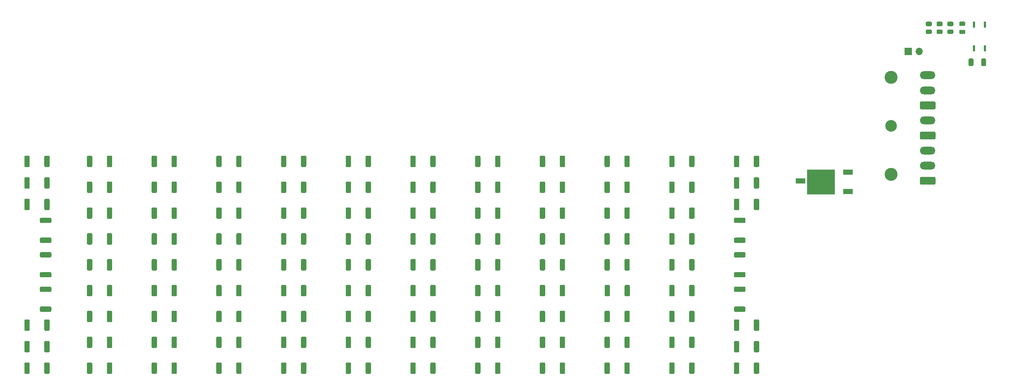
<source format=gbs>
%TF.GenerationSoftware,KiCad,Pcbnew,(5.1.9-0-10_14)*%
%TF.CreationDate,2022-11-21T01:50:29-05:00*%
%TF.ProjectId,5AhG3-12S,35416847-332d-4313-9253-2e6b69636164,rev?*%
%TF.SameCoordinates,Original*%
%TF.FileFunction,Soldermask,Bot*%
%TF.FilePolarity,Negative*%
%FSLAX46Y46*%
G04 Gerber Fmt 4.6, Leading zero omitted, Abs format (unit mm)*
G04 Created by KiCad (PCBNEW (5.1.9-0-10_14)) date 2022-11-21 01:50:29*
%MOMM*%
%LPD*%
G01*
G04 APERTURE LIST*
%ADD10C,3.000000*%
%ADD11C,2.700000*%
%ADD12O,3.600000X1.800000*%
%ADD13R,2.200000X1.200000*%
%ADD14R,6.400000X5.800000*%
%ADD15R,1.700000X1.700000*%
%ADD16O,1.700000X1.700000*%
G04 APERTURE END LIST*
%TO.C,R2*%
G36*
G01*
X90800000Y-115924999D02*
X90800000Y-118075001D01*
G75*
G02*
X90550001Y-118325000I-249999J0D01*
G01*
X89824999Y-118325000D01*
G75*
G02*
X89575000Y-118075001I0J249999D01*
G01*
X89575000Y-115924999D01*
G75*
G02*
X89824999Y-115675000I249999J0D01*
G01*
X90550001Y-115675000D01*
G75*
G02*
X90800000Y-115924999I0J-249999D01*
G01*
G37*
G36*
G01*
X95425000Y-115924999D02*
X95425000Y-118075001D01*
G75*
G02*
X95175001Y-118325000I-249999J0D01*
G01*
X94449999Y-118325000D01*
G75*
G02*
X94200000Y-118075001I0J249999D01*
G01*
X94200000Y-115924999D01*
G75*
G02*
X94449999Y-115675000I249999J0D01*
G01*
X95175001Y-115675000D01*
G75*
G02*
X95425000Y-115924999I0J-249999D01*
G01*
G37*
%TD*%
%TO.C,R6*%
G36*
G01*
X93424999Y-145700000D02*
X95575001Y-145700000D01*
G75*
G02*
X95825000Y-145949999I0J-249999D01*
G01*
X95825000Y-146675001D01*
G75*
G02*
X95575001Y-146925000I-249999J0D01*
G01*
X93424999Y-146925000D01*
G75*
G02*
X93175000Y-146675001I0J249999D01*
G01*
X93175000Y-145949999D01*
G75*
G02*
X93424999Y-145700000I249999J0D01*
G01*
G37*
G36*
G01*
X93424999Y-141075000D02*
X95575001Y-141075000D01*
G75*
G02*
X95825000Y-141324999I0J-249999D01*
G01*
X95825000Y-142050001D01*
G75*
G02*
X95575001Y-142300000I-249999J0D01*
G01*
X93424999Y-142300000D01*
G75*
G02*
X93175000Y-142050001I0J249999D01*
G01*
X93175000Y-141324999D01*
G75*
G02*
X93424999Y-141075000I249999J0D01*
G01*
G37*
%TD*%
%TO.C,R12*%
G36*
G01*
X108700000Y-125075001D02*
X108700000Y-122924999D01*
G75*
G02*
X108949999Y-122675000I249999J0D01*
G01*
X109675001Y-122675000D01*
G75*
G02*
X109925000Y-122924999I0J-249999D01*
G01*
X109925000Y-125075001D01*
G75*
G02*
X109675001Y-125325000I-249999J0D01*
G01*
X108949999Y-125325000D01*
G75*
G02*
X108700000Y-125075001I0J249999D01*
G01*
G37*
G36*
G01*
X104075000Y-125075001D02*
X104075000Y-122924999D01*
G75*
G02*
X104324999Y-122675000I249999J0D01*
G01*
X105050001Y-122675000D01*
G75*
G02*
X105300000Y-122924999I0J-249999D01*
G01*
X105300000Y-125075001D01*
G75*
G02*
X105050001Y-125325000I-249999J0D01*
G01*
X104324999Y-125325000D01*
G75*
G02*
X104075000Y-125075001I0J249999D01*
G01*
G37*
%TD*%
%TO.C,R20*%
G36*
G01*
X120300000Y-116924999D02*
X120300000Y-119075001D01*
G75*
G02*
X120050001Y-119325000I-249999J0D01*
G01*
X119324999Y-119325000D01*
G75*
G02*
X119075000Y-119075001I0J249999D01*
G01*
X119075000Y-116924999D01*
G75*
G02*
X119324999Y-116675000I249999J0D01*
G01*
X120050001Y-116675000D01*
G75*
G02*
X120300000Y-116924999I0J-249999D01*
G01*
G37*
G36*
G01*
X124925000Y-116924999D02*
X124925000Y-119075001D01*
G75*
G02*
X124675001Y-119325000I-249999J0D01*
G01*
X123949999Y-119325000D01*
G75*
G02*
X123700000Y-119075001I0J249999D01*
G01*
X123700000Y-116924999D01*
G75*
G02*
X123949999Y-116675000I249999J0D01*
G01*
X124675001Y-116675000D01*
G75*
G02*
X124925000Y-116924999I0J-249999D01*
G01*
G37*
%TD*%
%TO.C,R29*%
G36*
G01*
X139925000Y-116924999D02*
X139925000Y-119075001D01*
G75*
G02*
X139675001Y-119325000I-249999J0D01*
G01*
X138949999Y-119325000D01*
G75*
G02*
X138700000Y-119075001I0J249999D01*
G01*
X138700000Y-116924999D01*
G75*
G02*
X138949999Y-116675000I249999J0D01*
G01*
X139675001Y-116675000D01*
G75*
G02*
X139925000Y-116924999I0J-249999D01*
G01*
G37*
G36*
G01*
X135300000Y-116924999D02*
X135300000Y-119075001D01*
G75*
G02*
X135050001Y-119325000I-249999J0D01*
G01*
X134324999Y-119325000D01*
G75*
G02*
X134075000Y-119075001I0J249999D01*
G01*
X134075000Y-116924999D01*
G75*
G02*
X134324999Y-116675000I249999J0D01*
G01*
X135050001Y-116675000D01*
G75*
G02*
X135300000Y-116924999I0J-249999D01*
G01*
G37*
%TD*%
%TO.C,R40*%
G36*
G01*
X150300000Y-128924999D02*
X150300000Y-131075001D01*
G75*
G02*
X150050001Y-131325000I-249999J0D01*
G01*
X149324999Y-131325000D01*
G75*
G02*
X149075000Y-131075001I0J249999D01*
G01*
X149075000Y-128924999D01*
G75*
G02*
X149324999Y-128675000I249999J0D01*
G01*
X150050001Y-128675000D01*
G75*
G02*
X150300000Y-128924999I0J-249999D01*
G01*
G37*
G36*
G01*
X154925000Y-128924999D02*
X154925000Y-131075001D01*
G75*
G02*
X154675001Y-131325000I-249999J0D01*
G01*
X153949999Y-131325000D01*
G75*
G02*
X153700000Y-131075001I0J249999D01*
G01*
X153700000Y-128924999D01*
G75*
G02*
X153949999Y-128675000I249999J0D01*
G01*
X154675001Y-128675000D01*
G75*
G02*
X154925000Y-128924999I0J-249999D01*
G01*
G37*
%TD*%
%TO.C,R53*%
G36*
G01*
X169925000Y-152924999D02*
X169925000Y-155075001D01*
G75*
G02*
X169675001Y-155325000I-249999J0D01*
G01*
X168949999Y-155325000D01*
G75*
G02*
X168700000Y-155075001I0J249999D01*
G01*
X168700000Y-152924999D01*
G75*
G02*
X168949999Y-152675000I249999J0D01*
G01*
X169675001Y-152675000D01*
G75*
G02*
X169925000Y-152924999I0J-249999D01*
G01*
G37*
G36*
G01*
X165300000Y-152924999D02*
X165300000Y-155075001D01*
G75*
G02*
X165050001Y-155325000I-249999J0D01*
G01*
X164324999Y-155325000D01*
G75*
G02*
X164075000Y-155075001I0J249999D01*
G01*
X164075000Y-152924999D01*
G75*
G02*
X164324999Y-152675000I249999J0D01*
G01*
X165050001Y-152675000D01*
G75*
G02*
X165300000Y-152924999I0J-249999D01*
G01*
G37*
%TD*%
%TO.C,R67*%
G36*
G01*
X199925000Y-128924999D02*
X199925000Y-131075001D01*
G75*
G02*
X199675001Y-131325000I-249999J0D01*
G01*
X198949999Y-131325000D01*
G75*
G02*
X198700000Y-131075001I0J249999D01*
G01*
X198700000Y-128924999D01*
G75*
G02*
X198949999Y-128675000I249999J0D01*
G01*
X199675001Y-128675000D01*
G75*
G02*
X199925000Y-128924999I0J-249999D01*
G01*
G37*
G36*
G01*
X195300000Y-128924999D02*
X195300000Y-131075001D01*
G75*
G02*
X195050001Y-131325000I-249999J0D01*
G01*
X194324999Y-131325000D01*
G75*
G02*
X194075000Y-131075001I0J249999D01*
G01*
X194075000Y-128924999D01*
G75*
G02*
X194324999Y-128675000I249999J0D01*
G01*
X195050001Y-128675000D01*
G75*
G02*
X195300000Y-128924999I0J-249999D01*
G01*
G37*
%TD*%
%TO.C,R95*%
G36*
G01*
X239075000Y-137075001D02*
X239075000Y-134924999D01*
G75*
G02*
X239324999Y-134675000I249999J0D01*
G01*
X240050001Y-134675000D01*
G75*
G02*
X240300000Y-134924999I0J-249999D01*
G01*
X240300000Y-137075001D01*
G75*
G02*
X240050001Y-137325000I-249999J0D01*
G01*
X239324999Y-137325000D01*
G75*
G02*
X239075000Y-137075001I0J249999D01*
G01*
G37*
G36*
G01*
X243700000Y-137075001D02*
X243700000Y-134924999D01*
G75*
G02*
X243949999Y-134675000I249999J0D01*
G01*
X244675001Y-134675000D01*
G75*
G02*
X244925000Y-134924999I0J-249999D01*
G01*
X244925000Y-137075001D01*
G75*
G02*
X244675001Y-137325000I-249999J0D01*
G01*
X243949999Y-137325000D01*
G75*
G02*
X243700000Y-137075001I0J249999D01*
G01*
G37*
%TD*%
%TO.C,R1*%
G36*
G01*
X89575000Y-113075001D02*
X89575000Y-110924999D01*
G75*
G02*
X89824999Y-110675000I249999J0D01*
G01*
X90550001Y-110675000D01*
G75*
G02*
X90800000Y-110924999I0J-249999D01*
G01*
X90800000Y-113075001D01*
G75*
G02*
X90550001Y-113325000I-249999J0D01*
G01*
X89824999Y-113325000D01*
G75*
G02*
X89575000Y-113075001I0J249999D01*
G01*
G37*
G36*
G01*
X94200000Y-113075001D02*
X94200000Y-110924999D01*
G75*
G02*
X94449999Y-110675000I249999J0D01*
G01*
X95175001Y-110675000D01*
G75*
G02*
X95425000Y-110924999I0J-249999D01*
G01*
X95425000Y-113075001D01*
G75*
G02*
X95175001Y-113325000I-249999J0D01*
G01*
X94449999Y-113325000D01*
G75*
G02*
X94200000Y-113075001I0J249999D01*
G01*
G37*
%TD*%
%TO.C,R3*%
G36*
G01*
X89575000Y-123075001D02*
X89575000Y-120924999D01*
G75*
G02*
X89824999Y-120675000I249999J0D01*
G01*
X90550001Y-120675000D01*
G75*
G02*
X90800000Y-120924999I0J-249999D01*
G01*
X90800000Y-123075001D01*
G75*
G02*
X90550001Y-123325000I-249999J0D01*
G01*
X89824999Y-123325000D01*
G75*
G02*
X89575000Y-123075001I0J249999D01*
G01*
G37*
G36*
G01*
X94200000Y-123075001D02*
X94200000Y-120924999D01*
G75*
G02*
X94449999Y-120675000I249999J0D01*
G01*
X95175001Y-120675000D01*
G75*
G02*
X95425000Y-120924999I0J-249999D01*
G01*
X95425000Y-123075001D01*
G75*
G02*
X95175001Y-123325000I-249999J0D01*
G01*
X94449999Y-123325000D01*
G75*
G02*
X94200000Y-123075001I0J249999D01*
G01*
G37*
%TD*%
%TO.C,R4*%
G36*
G01*
X93424999Y-129700000D02*
X95575001Y-129700000D01*
G75*
G02*
X95825000Y-129949999I0J-249999D01*
G01*
X95825000Y-130675001D01*
G75*
G02*
X95575001Y-130925000I-249999J0D01*
G01*
X93424999Y-130925000D01*
G75*
G02*
X93175000Y-130675001I0J249999D01*
G01*
X93175000Y-129949999D01*
G75*
G02*
X93424999Y-129700000I249999J0D01*
G01*
G37*
G36*
G01*
X93424999Y-125075000D02*
X95575001Y-125075000D01*
G75*
G02*
X95825000Y-125324999I0J-249999D01*
G01*
X95825000Y-126050001D01*
G75*
G02*
X95575001Y-126300000I-249999J0D01*
G01*
X93424999Y-126300000D01*
G75*
G02*
X93175000Y-126050001I0J249999D01*
G01*
X93175000Y-125324999D01*
G75*
G02*
X93424999Y-125075000I249999J0D01*
G01*
G37*
%TD*%
%TO.C,R5*%
G36*
G01*
X93424999Y-133075000D02*
X95575001Y-133075000D01*
G75*
G02*
X95825000Y-133324999I0J-249999D01*
G01*
X95825000Y-134050001D01*
G75*
G02*
X95575001Y-134300000I-249999J0D01*
G01*
X93424999Y-134300000D01*
G75*
G02*
X93175000Y-134050001I0J249999D01*
G01*
X93175000Y-133324999D01*
G75*
G02*
X93424999Y-133075000I249999J0D01*
G01*
G37*
G36*
G01*
X93424999Y-137700000D02*
X95575001Y-137700000D01*
G75*
G02*
X95825000Y-137949999I0J-249999D01*
G01*
X95825000Y-138675001D01*
G75*
G02*
X95575001Y-138925000I-249999J0D01*
G01*
X93424999Y-138925000D01*
G75*
G02*
X93175000Y-138675001I0J249999D01*
G01*
X93175000Y-137949999D01*
G75*
G02*
X93424999Y-137700000I249999J0D01*
G01*
G37*
%TD*%
%TO.C,R7*%
G36*
G01*
X95425000Y-148924999D02*
X95425000Y-151075001D01*
G75*
G02*
X95175001Y-151325000I-249999J0D01*
G01*
X94449999Y-151325000D01*
G75*
G02*
X94200000Y-151075001I0J249999D01*
G01*
X94200000Y-148924999D01*
G75*
G02*
X94449999Y-148675000I249999J0D01*
G01*
X95175001Y-148675000D01*
G75*
G02*
X95425000Y-148924999I0J-249999D01*
G01*
G37*
G36*
G01*
X90800000Y-148924999D02*
X90800000Y-151075001D01*
G75*
G02*
X90550001Y-151325000I-249999J0D01*
G01*
X89824999Y-151325000D01*
G75*
G02*
X89575000Y-151075001I0J249999D01*
G01*
X89575000Y-148924999D01*
G75*
G02*
X89824999Y-148675000I249999J0D01*
G01*
X90550001Y-148675000D01*
G75*
G02*
X90800000Y-148924999I0J-249999D01*
G01*
G37*
%TD*%
%TO.C,R8*%
G36*
G01*
X94200000Y-156075001D02*
X94200000Y-153924999D01*
G75*
G02*
X94449999Y-153675000I249999J0D01*
G01*
X95175001Y-153675000D01*
G75*
G02*
X95425000Y-153924999I0J-249999D01*
G01*
X95425000Y-156075001D01*
G75*
G02*
X95175001Y-156325000I-249999J0D01*
G01*
X94449999Y-156325000D01*
G75*
G02*
X94200000Y-156075001I0J249999D01*
G01*
G37*
G36*
G01*
X89575000Y-156075001D02*
X89575000Y-153924999D01*
G75*
G02*
X89824999Y-153675000I249999J0D01*
G01*
X90550001Y-153675000D01*
G75*
G02*
X90800000Y-153924999I0J-249999D01*
G01*
X90800000Y-156075001D01*
G75*
G02*
X90550001Y-156325000I-249999J0D01*
G01*
X89824999Y-156325000D01*
G75*
G02*
X89575000Y-156075001I0J249999D01*
G01*
G37*
%TD*%
%TO.C,R9*%
G36*
G01*
X95425000Y-158924999D02*
X95425000Y-161075001D01*
G75*
G02*
X95175001Y-161325000I-249999J0D01*
G01*
X94449999Y-161325000D01*
G75*
G02*
X94200000Y-161075001I0J249999D01*
G01*
X94200000Y-158924999D01*
G75*
G02*
X94449999Y-158675000I249999J0D01*
G01*
X95175001Y-158675000D01*
G75*
G02*
X95425000Y-158924999I0J-249999D01*
G01*
G37*
G36*
G01*
X90800000Y-158924999D02*
X90800000Y-161075001D01*
G75*
G02*
X90550001Y-161325000I-249999J0D01*
G01*
X89824999Y-161325000D01*
G75*
G02*
X89575000Y-161075001I0J249999D01*
G01*
X89575000Y-158924999D01*
G75*
G02*
X89824999Y-158675000I249999J0D01*
G01*
X90550001Y-158675000D01*
G75*
G02*
X90800000Y-158924999I0J-249999D01*
G01*
G37*
%TD*%
%TO.C,R10*%
G36*
G01*
X108700000Y-113075001D02*
X108700000Y-110924999D01*
G75*
G02*
X108949999Y-110675000I249999J0D01*
G01*
X109675001Y-110675000D01*
G75*
G02*
X109925000Y-110924999I0J-249999D01*
G01*
X109925000Y-113075001D01*
G75*
G02*
X109675001Y-113325000I-249999J0D01*
G01*
X108949999Y-113325000D01*
G75*
G02*
X108700000Y-113075001I0J249999D01*
G01*
G37*
G36*
G01*
X104075000Y-113075001D02*
X104075000Y-110924999D01*
G75*
G02*
X104324999Y-110675000I249999J0D01*
G01*
X105050001Y-110675000D01*
G75*
G02*
X105300000Y-110924999I0J-249999D01*
G01*
X105300000Y-113075001D01*
G75*
G02*
X105050001Y-113325000I-249999J0D01*
G01*
X104324999Y-113325000D01*
G75*
G02*
X104075000Y-113075001I0J249999D01*
G01*
G37*
%TD*%
%TO.C,R11*%
G36*
G01*
X109925000Y-116924999D02*
X109925000Y-119075001D01*
G75*
G02*
X109675001Y-119325000I-249999J0D01*
G01*
X108949999Y-119325000D01*
G75*
G02*
X108700000Y-119075001I0J249999D01*
G01*
X108700000Y-116924999D01*
G75*
G02*
X108949999Y-116675000I249999J0D01*
G01*
X109675001Y-116675000D01*
G75*
G02*
X109925000Y-116924999I0J-249999D01*
G01*
G37*
G36*
G01*
X105300000Y-116924999D02*
X105300000Y-119075001D01*
G75*
G02*
X105050001Y-119325000I-249999J0D01*
G01*
X104324999Y-119325000D01*
G75*
G02*
X104075000Y-119075001I0J249999D01*
G01*
X104075000Y-116924999D01*
G75*
G02*
X104324999Y-116675000I249999J0D01*
G01*
X105050001Y-116675000D01*
G75*
G02*
X105300000Y-116924999I0J-249999D01*
G01*
G37*
%TD*%
%TO.C,R13*%
G36*
G01*
X109925000Y-128924999D02*
X109925000Y-131075001D01*
G75*
G02*
X109675001Y-131325000I-249999J0D01*
G01*
X108949999Y-131325000D01*
G75*
G02*
X108700000Y-131075001I0J249999D01*
G01*
X108700000Y-128924999D01*
G75*
G02*
X108949999Y-128675000I249999J0D01*
G01*
X109675001Y-128675000D01*
G75*
G02*
X109925000Y-128924999I0J-249999D01*
G01*
G37*
G36*
G01*
X105300000Y-128924999D02*
X105300000Y-131075001D01*
G75*
G02*
X105050001Y-131325000I-249999J0D01*
G01*
X104324999Y-131325000D01*
G75*
G02*
X104075000Y-131075001I0J249999D01*
G01*
X104075000Y-128924999D01*
G75*
G02*
X104324999Y-128675000I249999J0D01*
G01*
X105050001Y-128675000D01*
G75*
G02*
X105300000Y-128924999I0J-249999D01*
G01*
G37*
%TD*%
%TO.C,R14*%
G36*
G01*
X108700000Y-137075001D02*
X108700000Y-134924999D01*
G75*
G02*
X108949999Y-134675000I249999J0D01*
G01*
X109675001Y-134675000D01*
G75*
G02*
X109925000Y-134924999I0J-249999D01*
G01*
X109925000Y-137075001D01*
G75*
G02*
X109675001Y-137325000I-249999J0D01*
G01*
X108949999Y-137325000D01*
G75*
G02*
X108700000Y-137075001I0J249999D01*
G01*
G37*
G36*
G01*
X104075000Y-137075001D02*
X104075000Y-134924999D01*
G75*
G02*
X104324999Y-134675000I249999J0D01*
G01*
X105050001Y-134675000D01*
G75*
G02*
X105300000Y-134924999I0J-249999D01*
G01*
X105300000Y-137075001D01*
G75*
G02*
X105050001Y-137325000I-249999J0D01*
G01*
X104324999Y-137325000D01*
G75*
G02*
X104075000Y-137075001I0J249999D01*
G01*
G37*
%TD*%
%TO.C,R15*%
G36*
G01*
X109925000Y-140924999D02*
X109925000Y-143075001D01*
G75*
G02*
X109675001Y-143325000I-249999J0D01*
G01*
X108949999Y-143325000D01*
G75*
G02*
X108700000Y-143075001I0J249999D01*
G01*
X108700000Y-140924999D01*
G75*
G02*
X108949999Y-140675000I249999J0D01*
G01*
X109675001Y-140675000D01*
G75*
G02*
X109925000Y-140924999I0J-249999D01*
G01*
G37*
G36*
G01*
X105300000Y-140924999D02*
X105300000Y-143075001D01*
G75*
G02*
X105050001Y-143325000I-249999J0D01*
G01*
X104324999Y-143325000D01*
G75*
G02*
X104075000Y-143075001I0J249999D01*
G01*
X104075000Y-140924999D01*
G75*
G02*
X104324999Y-140675000I249999J0D01*
G01*
X105050001Y-140675000D01*
G75*
G02*
X105300000Y-140924999I0J-249999D01*
G01*
G37*
%TD*%
%TO.C,R16*%
G36*
G01*
X108700000Y-149075001D02*
X108700000Y-146924999D01*
G75*
G02*
X108949999Y-146675000I249999J0D01*
G01*
X109675001Y-146675000D01*
G75*
G02*
X109925000Y-146924999I0J-249999D01*
G01*
X109925000Y-149075001D01*
G75*
G02*
X109675001Y-149325000I-249999J0D01*
G01*
X108949999Y-149325000D01*
G75*
G02*
X108700000Y-149075001I0J249999D01*
G01*
G37*
G36*
G01*
X104075000Y-149075001D02*
X104075000Y-146924999D01*
G75*
G02*
X104324999Y-146675000I249999J0D01*
G01*
X105050001Y-146675000D01*
G75*
G02*
X105300000Y-146924999I0J-249999D01*
G01*
X105300000Y-149075001D01*
G75*
G02*
X105050001Y-149325000I-249999J0D01*
G01*
X104324999Y-149325000D01*
G75*
G02*
X104075000Y-149075001I0J249999D01*
G01*
G37*
%TD*%
%TO.C,R17*%
G36*
G01*
X109925000Y-152924999D02*
X109925000Y-155075001D01*
G75*
G02*
X109675001Y-155325000I-249999J0D01*
G01*
X108949999Y-155325000D01*
G75*
G02*
X108700000Y-155075001I0J249999D01*
G01*
X108700000Y-152924999D01*
G75*
G02*
X108949999Y-152675000I249999J0D01*
G01*
X109675001Y-152675000D01*
G75*
G02*
X109925000Y-152924999I0J-249999D01*
G01*
G37*
G36*
G01*
X105300000Y-152924999D02*
X105300000Y-155075001D01*
G75*
G02*
X105050001Y-155325000I-249999J0D01*
G01*
X104324999Y-155325000D01*
G75*
G02*
X104075000Y-155075001I0J249999D01*
G01*
X104075000Y-152924999D01*
G75*
G02*
X104324999Y-152675000I249999J0D01*
G01*
X105050001Y-152675000D01*
G75*
G02*
X105300000Y-152924999I0J-249999D01*
G01*
G37*
%TD*%
%TO.C,R18*%
G36*
G01*
X108700000Y-161075001D02*
X108700000Y-158924999D01*
G75*
G02*
X108949999Y-158675000I249999J0D01*
G01*
X109675001Y-158675000D01*
G75*
G02*
X109925000Y-158924999I0J-249999D01*
G01*
X109925000Y-161075001D01*
G75*
G02*
X109675001Y-161325000I-249999J0D01*
G01*
X108949999Y-161325000D01*
G75*
G02*
X108700000Y-161075001I0J249999D01*
G01*
G37*
G36*
G01*
X104075000Y-161075001D02*
X104075000Y-158924999D01*
G75*
G02*
X104324999Y-158675000I249999J0D01*
G01*
X105050001Y-158675000D01*
G75*
G02*
X105300000Y-158924999I0J-249999D01*
G01*
X105300000Y-161075001D01*
G75*
G02*
X105050001Y-161325000I-249999J0D01*
G01*
X104324999Y-161325000D01*
G75*
G02*
X104075000Y-161075001I0J249999D01*
G01*
G37*
%TD*%
%TO.C,R19*%
G36*
G01*
X119075000Y-113075001D02*
X119075000Y-110924999D01*
G75*
G02*
X119324999Y-110675000I249999J0D01*
G01*
X120050001Y-110675000D01*
G75*
G02*
X120300000Y-110924999I0J-249999D01*
G01*
X120300000Y-113075001D01*
G75*
G02*
X120050001Y-113325000I-249999J0D01*
G01*
X119324999Y-113325000D01*
G75*
G02*
X119075000Y-113075001I0J249999D01*
G01*
G37*
G36*
G01*
X123700000Y-113075001D02*
X123700000Y-110924999D01*
G75*
G02*
X123949999Y-110675000I249999J0D01*
G01*
X124675001Y-110675000D01*
G75*
G02*
X124925000Y-110924999I0J-249999D01*
G01*
X124925000Y-113075001D01*
G75*
G02*
X124675001Y-113325000I-249999J0D01*
G01*
X123949999Y-113325000D01*
G75*
G02*
X123700000Y-113075001I0J249999D01*
G01*
G37*
%TD*%
%TO.C,R21*%
G36*
G01*
X119075000Y-125075001D02*
X119075000Y-122924999D01*
G75*
G02*
X119324999Y-122675000I249999J0D01*
G01*
X120050001Y-122675000D01*
G75*
G02*
X120300000Y-122924999I0J-249999D01*
G01*
X120300000Y-125075001D01*
G75*
G02*
X120050001Y-125325000I-249999J0D01*
G01*
X119324999Y-125325000D01*
G75*
G02*
X119075000Y-125075001I0J249999D01*
G01*
G37*
G36*
G01*
X123700000Y-125075001D02*
X123700000Y-122924999D01*
G75*
G02*
X123949999Y-122675000I249999J0D01*
G01*
X124675001Y-122675000D01*
G75*
G02*
X124925000Y-122924999I0J-249999D01*
G01*
X124925000Y-125075001D01*
G75*
G02*
X124675001Y-125325000I-249999J0D01*
G01*
X123949999Y-125325000D01*
G75*
G02*
X123700000Y-125075001I0J249999D01*
G01*
G37*
%TD*%
%TO.C,R22*%
G36*
G01*
X120300000Y-128924999D02*
X120300000Y-131075001D01*
G75*
G02*
X120050001Y-131325000I-249999J0D01*
G01*
X119324999Y-131325000D01*
G75*
G02*
X119075000Y-131075001I0J249999D01*
G01*
X119075000Y-128924999D01*
G75*
G02*
X119324999Y-128675000I249999J0D01*
G01*
X120050001Y-128675000D01*
G75*
G02*
X120300000Y-128924999I0J-249999D01*
G01*
G37*
G36*
G01*
X124925000Y-128924999D02*
X124925000Y-131075001D01*
G75*
G02*
X124675001Y-131325000I-249999J0D01*
G01*
X123949999Y-131325000D01*
G75*
G02*
X123700000Y-131075001I0J249999D01*
G01*
X123700000Y-128924999D01*
G75*
G02*
X123949999Y-128675000I249999J0D01*
G01*
X124675001Y-128675000D01*
G75*
G02*
X124925000Y-128924999I0J-249999D01*
G01*
G37*
%TD*%
%TO.C,R23*%
G36*
G01*
X119075000Y-137075001D02*
X119075000Y-134924999D01*
G75*
G02*
X119324999Y-134675000I249999J0D01*
G01*
X120050001Y-134675000D01*
G75*
G02*
X120300000Y-134924999I0J-249999D01*
G01*
X120300000Y-137075001D01*
G75*
G02*
X120050001Y-137325000I-249999J0D01*
G01*
X119324999Y-137325000D01*
G75*
G02*
X119075000Y-137075001I0J249999D01*
G01*
G37*
G36*
G01*
X123700000Y-137075001D02*
X123700000Y-134924999D01*
G75*
G02*
X123949999Y-134675000I249999J0D01*
G01*
X124675001Y-134675000D01*
G75*
G02*
X124925000Y-134924999I0J-249999D01*
G01*
X124925000Y-137075001D01*
G75*
G02*
X124675001Y-137325000I-249999J0D01*
G01*
X123949999Y-137325000D01*
G75*
G02*
X123700000Y-137075001I0J249999D01*
G01*
G37*
%TD*%
%TO.C,R24*%
G36*
G01*
X120300000Y-140924999D02*
X120300000Y-143075001D01*
G75*
G02*
X120050001Y-143325000I-249999J0D01*
G01*
X119324999Y-143325000D01*
G75*
G02*
X119075000Y-143075001I0J249999D01*
G01*
X119075000Y-140924999D01*
G75*
G02*
X119324999Y-140675000I249999J0D01*
G01*
X120050001Y-140675000D01*
G75*
G02*
X120300000Y-140924999I0J-249999D01*
G01*
G37*
G36*
G01*
X124925000Y-140924999D02*
X124925000Y-143075001D01*
G75*
G02*
X124675001Y-143325000I-249999J0D01*
G01*
X123949999Y-143325000D01*
G75*
G02*
X123700000Y-143075001I0J249999D01*
G01*
X123700000Y-140924999D01*
G75*
G02*
X123949999Y-140675000I249999J0D01*
G01*
X124675001Y-140675000D01*
G75*
G02*
X124925000Y-140924999I0J-249999D01*
G01*
G37*
%TD*%
%TO.C,R25*%
G36*
G01*
X119075000Y-149075001D02*
X119075000Y-146924999D01*
G75*
G02*
X119324999Y-146675000I249999J0D01*
G01*
X120050001Y-146675000D01*
G75*
G02*
X120300000Y-146924999I0J-249999D01*
G01*
X120300000Y-149075001D01*
G75*
G02*
X120050001Y-149325000I-249999J0D01*
G01*
X119324999Y-149325000D01*
G75*
G02*
X119075000Y-149075001I0J249999D01*
G01*
G37*
G36*
G01*
X123700000Y-149075001D02*
X123700000Y-146924999D01*
G75*
G02*
X123949999Y-146675000I249999J0D01*
G01*
X124675001Y-146675000D01*
G75*
G02*
X124925000Y-146924999I0J-249999D01*
G01*
X124925000Y-149075001D01*
G75*
G02*
X124675001Y-149325000I-249999J0D01*
G01*
X123949999Y-149325000D01*
G75*
G02*
X123700000Y-149075001I0J249999D01*
G01*
G37*
%TD*%
%TO.C,R26*%
G36*
G01*
X120300000Y-152924999D02*
X120300000Y-155075001D01*
G75*
G02*
X120050001Y-155325000I-249999J0D01*
G01*
X119324999Y-155325000D01*
G75*
G02*
X119075000Y-155075001I0J249999D01*
G01*
X119075000Y-152924999D01*
G75*
G02*
X119324999Y-152675000I249999J0D01*
G01*
X120050001Y-152675000D01*
G75*
G02*
X120300000Y-152924999I0J-249999D01*
G01*
G37*
G36*
G01*
X124925000Y-152924999D02*
X124925000Y-155075001D01*
G75*
G02*
X124675001Y-155325000I-249999J0D01*
G01*
X123949999Y-155325000D01*
G75*
G02*
X123700000Y-155075001I0J249999D01*
G01*
X123700000Y-152924999D01*
G75*
G02*
X123949999Y-152675000I249999J0D01*
G01*
X124675001Y-152675000D01*
G75*
G02*
X124925000Y-152924999I0J-249999D01*
G01*
G37*
%TD*%
%TO.C,R27*%
G36*
G01*
X119075000Y-161075001D02*
X119075000Y-158924999D01*
G75*
G02*
X119324999Y-158675000I249999J0D01*
G01*
X120050001Y-158675000D01*
G75*
G02*
X120300000Y-158924999I0J-249999D01*
G01*
X120300000Y-161075001D01*
G75*
G02*
X120050001Y-161325000I-249999J0D01*
G01*
X119324999Y-161325000D01*
G75*
G02*
X119075000Y-161075001I0J249999D01*
G01*
G37*
G36*
G01*
X123700000Y-161075001D02*
X123700000Y-158924999D01*
G75*
G02*
X123949999Y-158675000I249999J0D01*
G01*
X124675001Y-158675000D01*
G75*
G02*
X124925000Y-158924999I0J-249999D01*
G01*
X124925000Y-161075001D01*
G75*
G02*
X124675001Y-161325000I-249999J0D01*
G01*
X123949999Y-161325000D01*
G75*
G02*
X123700000Y-161075001I0J249999D01*
G01*
G37*
%TD*%
%TO.C,R28*%
G36*
G01*
X138700000Y-113075001D02*
X138700000Y-110924999D01*
G75*
G02*
X138949999Y-110675000I249999J0D01*
G01*
X139675001Y-110675000D01*
G75*
G02*
X139925000Y-110924999I0J-249999D01*
G01*
X139925000Y-113075001D01*
G75*
G02*
X139675001Y-113325000I-249999J0D01*
G01*
X138949999Y-113325000D01*
G75*
G02*
X138700000Y-113075001I0J249999D01*
G01*
G37*
G36*
G01*
X134075000Y-113075001D02*
X134075000Y-110924999D01*
G75*
G02*
X134324999Y-110675000I249999J0D01*
G01*
X135050001Y-110675000D01*
G75*
G02*
X135300000Y-110924999I0J-249999D01*
G01*
X135300000Y-113075001D01*
G75*
G02*
X135050001Y-113325000I-249999J0D01*
G01*
X134324999Y-113325000D01*
G75*
G02*
X134075000Y-113075001I0J249999D01*
G01*
G37*
%TD*%
%TO.C,R30*%
G36*
G01*
X138700000Y-125075001D02*
X138700000Y-122924999D01*
G75*
G02*
X138949999Y-122675000I249999J0D01*
G01*
X139675001Y-122675000D01*
G75*
G02*
X139925000Y-122924999I0J-249999D01*
G01*
X139925000Y-125075001D01*
G75*
G02*
X139675001Y-125325000I-249999J0D01*
G01*
X138949999Y-125325000D01*
G75*
G02*
X138700000Y-125075001I0J249999D01*
G01*
G37*
G36*
G01*
X134075000Y-125075001D02*
X134075000Y-122924999D01*
G75*
G02*
X134324999Y-122675000I249999J0D01*
G01*
X135050001Y-122675000D01*
G75*
G02*
X135300000Y-122924999I0J-249999D01*
G01*
X135300000Y-125075001D01*
G75*
G02*
X135050001Y-125325000I-249999J0D01*
G01*
X134324999Y-125325000D01*
G75*
G02*
X134075000Y-125075001I0J249999D01*
G01*
G37*
%TD*%
%TO.C,R31*%
G36*
G01*
X139925000Y-128924999D02*
X139925000Y-131075001D01*
G75*
G02*
X139675001Y-131325000I-249999J0D01*
G01*
X138949999Y-131325000D01*
G75*
G02*
X138700000Y-131075001I0J249999D01*
G01*
X138700000Y-128924999D01*
G75*
G02*
X138949999Y-128675000I249999J0D01*
G01*
X139675001Y-128675000D01*
G75*
G02*
X139925000Y-128924999I0J-249999D01*
G01*
G37*
G36*
G01*
X135300000Y-128924999D02*
X135300000Y-131075001D01*
G75*
G02*
X135050001Y-131325000I-249999J0D01*
G01*
X134324999Y-131325000D01*
G75*
G02*
X134075000Y-131075001I0J249999D01*
G01*
X134075000Y-128924999D01*
G75*
G02*
X134324999Y-128675000I249999J0D01*
G01*
X135050001Y-128675000D01*
G75*
G02*
X135300000Y-128924999I0J-249999D01*
G01*
G37*
%TD*%
%TO.C,R32*%
G36*
G01*
X138700000Y-137075001D02*
X138700000Y-134924999D01*
G75*
G02*
X138949999Y-134675000I249999J0D01*
G01*
X139675001Y-134675000D01*
G75*
G02*
X139925000Y-134924999I0J-249999D01*
G01*
X139925000Y-137075001D01*
G75*
G02*
X139675001Y-137325000I-249999J0D01*
G01*
X138949999Y-137325000D01*
G75*
G02*
X138700000Y-137075001I0J249999D01*
G01*
G37*
G36*
G01*
X134075000Y-137075001D02*
X134075000Y-134924999D01*
G75*
G02*
X134324999Y-134675000I249999J0D01*
G01*
X135050001Y-134675000D01*
G75*
G02*
X135300000Y-134924999I0J-249999D01*
G01*
X135300000Y-137075001D01*
G75*
G02*
X135050001Y-137325000I-249999J0D01*
G01*
X134324999Y-137325000D01*
G75*
G02*
X134075000Y-137075001I0J249999D01*
G01*
G37*
%TD*%
%TO.C,R33*%
G36*
G01*
X139925000Y-140924999D02*
X139925000Y-143075001D01*
G75*
G02*
X139675001Y-143325000I-249999J0D01*
G01*
X138949999Y-143325000D01*
G75*
G02*
X138700000Y-143075001I0J249999D01*
G01*
X138700000Y-140924999D01*
G75*
G02*
X138949999Y-140675000I249999J0D01*
G01*
X139675001Y-140675000D01*
G75*
G02*
X139925000Y-140924999I0J-249999D01*
G01*
G37*
G36*
G01*
X135300000Y-140924999D02*
X135300000Y-143075001D01*
G75*
G02*
X135050001Y-143325000I-249999J0D01*
G01*
X134324999Y-143325000D01*
G75*
G02*
X134075000Y-143075001I0J249999D01*
G01*
X134075000Y-140924999D01*
G75*
G02*
X134324999Y-140675000I249999J0D01*
G01*
X135050001Y-140675000D01*
G75*
G02*
X135300000Y-140924999I0J-249999D01*
G01*
G37*
%TD*%
%TO.C,R34*%
G36*
G01*
X138700000Y-149075001D02*
X138700000Y-146924999D01*
G75*
G02*
X138949999Y-146675000I249999J0D01*
G01*
X139675001Y-146675000D01*
G75*
G02*
X139925000Y-146924999I0J-249999D01*
G01*
X139925000Y-149075001D01*
G75*
G02*
X139675001Y-149325000I-249999J0D01*
G01*
X138949999Y-149325000D01*
G75*
G02*
X138700000Y-149075001I0J249999D01*
G01*
G37*
G36*
G01*
X134075000Y-149075001D02*
X134075000Y-146924999D01*
G75*
G02*
X134324999Y-146675000I249999J0D01*
G01*
X135050001Y-146675000D01*
G75*
G02*
X135300000Y-146924999I0J-249999D01*
G01*
X135300000Y-149075001D01*
G75*
G02*
X135050001Y-149325000I-249999J0D01*
G01*
X134324999Y-149325000D01*
G75*
G02*
X134075000Y-149075001I0J249999D01*
G01*
G37*
%TD*%
%TO.C,R35*%
G36*
G01*
X139925000Y-152924999D02*
X139925000Y-155075001D01*
G75*
G02*
X139675001Y-155325000I-249999J0D01*
G01*
X138949999Y-155325000D01*
G75*
G02*
X138700000Y-155075001I0J249999D01*
G01*
X138700000Y-152924999D01*
G75*
G02*
X138949999Y-152675000I249999J0D01*
G01*
X139675001Y-152675000D01*
G75*
G02*
X139925000Y-152924999I0J-249999D01*
G01*
G37*
G36*
G01*
X135300000Y-152924999D02*
X135300000Y-155075001D01*
G75*
G02*
X135050001Y-155325000I-249999J0D01*
G01*
X134324999Y-155325000D01*
G75*
G02*
X134075000Y-155075001I0J249999D01*
G01*
X134075000Y-152924999D01*
G75*
G02*
X134324999Y-152675000I249999J0D01*
G01*
X135050001Y-152675000D01*
G75*
G02*
X135300000Y-152924999I0J-249999D01*
G01*
G37*
%TD*%
%TO.C,R36*%
G36*
G01*
X138700000Y-161075001D02*
X138700000Y-158924999D01*
G75*
G02*
X138949999Y-158675000I249999J0D01*
G01*
X139675001Y-158675000D01*
G75*
G02*
X139925000Y-158924999I0J-249999D01*
G01*
X139925000Y-161075001D01*
G75*
G02*
X139675001Y-161325000I-249999J0D01*
G01*
X138949999Y-161325000D01*
G75*
G02*
X138700000Y-161075001I0J249999D01*
G01*
G37*
G36*
G01*
X134075000Y-161075001D02*
X134075000Y-158924999D01*
G75*
G02*
X134324999Y-158675000I249999J0D01*
G01*
X135050001Y-158675000D01*
G75*
G02*
X135300000Y-158924999I0J-249999D01*
G01*
X135300000Y-161075001D01*
G75*
G02*
X135050001Y-161325000I-249999J0D01*
G01*
X134324999Y-161325000D01*
G75*
G02*
X134075000Y-161075001I0J249999D01*
G01*
G37*
%TD*%
%TO.C,R37*%
G36*
G01*
X149075000Y-113075001D02*
X149075000Y-110924999D01*
G75*
G02*
X149324999Y-110675000I249999J0D01*
G01*
X150050001Y-110675000D01*
G75*
G02*
X150300000Y-110924999I0J-249999D01*
G01*
X150300000Y-113075001D01*
G75*
G02*
X150050001Y-113325000I-249999J0D01*
G01*
X149324999Y-113325000D01*
G75*
G02*
X149075000Y-113075001I0J249999D01*
G01*
G37*
G36*
G01*
X153700000Y-113075001D02*
X153700000Y-110924999D01*
G75*
G02*
X153949999Y-110675000I249999J0D01*
G01*
X154675001Y-110675000D01*
G75*
G02*
X154925000Y-110924999I0J-249999D01*
G01*
X154925000Y-113075001D01*
G75*
G02*
X154675001Y-113325000I-249999J0D01*
G01*
X153949999Y-113325000D01*
G75*
G02*
X153700000Y-113075001I0J249999D01*
G01*
G37*
%TD*%
%TO.C,R38*%
G36*
G01*
X150300000Y-116924999D02*
X150300000Y-119075001D01*
G75*
G02*
X150050001Y-119325000I-249999J0D01*
G01*
X149324999Y-119325000D01*
G75*
G02*
X149075000Y-119075001I0J249999D01*
G01*
X149075000Y-116924999D01*
G75*
G02*
X149324999Y-116675000I249999J0D01*
G01*
X150050001Y-116675000D01*
G75*
G02*
X150300000Y-116924999I0J-249999D01*
G01*
G37*
G36*
G01*
X154925000Y-116924999D02*
X154925000Y-119075001D01*
G75*
G02*
X154675001Y-119325000I-249999J0D01*
G01*
X153949999Y-119325000D01*
G75*
G02*
X153700000Y-119075001I0J249999D01*
G01*
X153700000Y-116924999D01*
G75*
G02*
X153949999Y-116675000I249999J0D01*
G01*
X154675001Y-116675000D01*
G75*
G02*
X154925000Y-116924999I0J-249999D01*
G01*
G37*
%TD*%
%TO.C,R39*%
G36*
G01*
X149075000Y-125075001D02*
X149075000Y-122924999D01*
G75*
G02*
X149324999Y-122675000I249999J0D01*
G01*
X150050001Y-122675000D01*
G75*
G02*
X150300000Y-122924999I0J-249999D01*
G01*
X150300000Y-125075001D01*
G75*
G02*
X150050001Y-125325000I-249999J0D01*
G01*
X149324999Y-125325000D01*
G75*
G02*
X149075000Y-125075001I0J249999D01*
G01*
G37*
G36*
G01*
X153700000Y-125075001D02*
X153700000Y-122924999D01*
G75*
G02*
X153949999Y-122675000I249999J0D01*
G01*
X154675001Y-122675000D01*
G75*
G02*
X154925000Y-122924999I0J-249999D01*
G01*
X154925000Y-125075001D01*
G75*
G02*
X154675001Y-125325000I-249999J0D01*
G01*
X153949999Y-125325000D01*
G75*
G02*
X153700000Y-125075001I0J249999D01*
G01*
G37*
%TD*%
%TO.C,R41*%
G36*
G01*
X149075000Y-137075001D02*
X149075000Y-134924999D01*
G75*
G02*
X149324999Y-134675000I249999J0D01*
G01*
X150050001Y-134675000D01*
G75*
G02*
X150300000Y-134924999I0J-249999D01*
G01*
X150300000Y-137075001D01*
G75*
G02*
X150050001Y-137325000I-249999J0D01*
G01*
X149324999Y-137325000D01*
G75*
G02*
X149075000Y-137075001I0J249999D01*
G01*
G37*
G36*
G01*
X153700000Y-137075001D02*
X153700000Y-134924999D01*
G75*
G02*
X153949999Y-134675000I249999J0D01*
G01*
X154675001Y-134675000D01*
G75*
G02*
X154925000Y-134924999I0J-249999D01*
G01*
X154925000Y-137075001D01*
G75*
G02*
X154675001Y-137325000I-249999J0D01*
G01*
X153949999Y-137325000D01*
G75*
G02*
X153700000Y-137075001I0J249999D01*
G01*
G37*
%TD*%
%TO.C,R42*%
G36*
G01*
X150300000Y-140924999D02*
X150300000Y-143075001D01*
G75*
G02*
X150050001Y-143325000I-249999J0D01*
G01*
X149324999Y-143325000D01*
G75*
G02*
X149075000Y-143075001I0J249999D01*
G01*
X149075000Y-140924999D01*
G75*
G02*
X149324999Y-140675000I249999J0D01*
G01*
X150050001Y-140675000D01*
G75*
G02*
X150300000Y-140924999I0J-249999D01*
G01*
G37*
G36*
G01*
X154925000Y-140924999D02*
X154925000Y-143075001D01*
G75*
G02*
X154675001Y-143325000I-249999J0D01*
G01*
X153949999Y-143325000D01*
G75*
G02*
X153700000Y-143075001I0J249999D01*
G01*
X153700000Y-140924999D01*
G75*
G02*
X153949999Y-140675000I249999J0D01*
G01*
X154675001Y-140675000D01*
G75*
G02*
X154925000Y-140924999I0J-249999D01*
G01*
G37*
%TD*%
%TO.C,R43*%
G36*
G01*
X149075000Y-149075001D02*
X149075000Y-146924999D01*
G75*
G02*
X149324999Y-146675000I249999J0D01*
G01*
X150050001Y-146675000D01*
G75*
G02*
X150300000Y-146924999I0J-249999D01*
G01*
X150300000Y-149075001D01*
G75*
G02*
X150050001Y-149325000I-249999J0D01*
G01*
X149324999Y-149325000D01*
G75*
G02*
X149075000Y-149075001I0J249999D01*
G01*
G37*
G36*
G01*
X153700000Y-149075001D02*
X153700000Y-146924999D01*
G75*
G02*
X153949999Y-146675000I249999J0D01*
G01*
X154675001Y-146675000D01*
G75*
G02*
X154925000Y-146924999I0J-249999D01*
G01*
X154925000Y-149075001D01*
G75*
G02*
X154675001Y-149325000I-249999J0D01*
G01*
X153949999Y-149325000D01*
G75*
G02*
X153700000Y-149075001I0J249999D01*
G01*
G37*
%TD*%
%TO.C,R44*%
G36*
G01*
X150300000Y-152924999D02*
X150300000Y-155075001D01*
G75*
G02*
X150050001Y-155325000I-249999J0D01*
G01*
X149324999Y-155325000D01*
G75*
G02*
X149075000Y-155075001I0J249999D01*
G01*
X149075000Y-152924999D01*
G75*
G02*
X149324999Y-152675000I249999J0D01*
G01*
X150050001Y-152675000D01*
G75*
G02*
X150300000Y-152924999I0J-249999D01*
G01*
G37*
G36*
G01*
X154925000Y-152924999D02*
X154925000Y-155075001D01*
G75*
G02*
X154675001Y-155325000I-249999J0D01*
G01*
X153949999Y-155325000D01*
G75*
G02*
X153700000Y-155075001I0J249999D01*
G01*
X153700000Y-152924999D01*
G75*
G02*
X153949999Y-152675000I249999J0D01*
G01*
X154675001Y-152675000D01*
G75*
G02*
X154925000Y-152924999I0J-249999D01*
G01*
G37*
%TD*%
%TO.C,R45*%
G36*
G01*
X149075000Y-161075001D02*
X149075000Y-158924999D01*
G75*
G02*
X149324999Y-158675000I249999J0D01*
G01*
X150050001Y-158675000D01*
G75*
G02*
X150300000Y-158924999I0J-249999D01*
G01*
X150300000Y-161075001D01*
G75*
G02*
X150050001Y-161325000I-249999J0D01*
G01*
X149324999Y-161325000D01*
G75*
G02*
X149075000Y-161075001I0J249999D01*
G01*
G37*
G36*
G01*
X153700000Y-161075001D02*
X153700000Y-158924999D01*
G75*
G02*
X153949999Y-158675000I249999J0D01*
G01*
X154675001Y-158675000D01*
G75*
G02*
X154925000Y-158924999I0J-249999D01*
G01*
X154925000Y-161075001D01*
G75*
G02*
X154675001Y-161325000I-249999J0D01*
G01*
X153949999Y-161325000D01*
G75*
G02*
X153700000Y-161075001I0J249999D01*
G01*
G37*
%TD*%
%TO.C,R46*%
G36*
G01*
X168700000Y-113075001D02*
X168700000Y-110924999D01*
G75*
G02*
X168949999Y-110675000I249999J0D01*
G01*
X169675001Y-110675000D01*
G75*
G02*
X169925000Y-110924999I0J-249999D01*
G01*
X169925000Y-113075001D01*
G75*
G02*
X169675001Y-113325000I-249999J0D01*
G01*
X168949999Y-113325000D01*
G75*
G02*
X168700000Y-113075001I0J249999D01*
G01*
G37*
G36*
G01*
X164075000Y-113075001D02*
X164075000Y-110924999D01*
G75*
G02*
X164324999Y-110675000I249999J0D01*
G01*
X165050001Y-110675000D01*
G75*
G02*
X165300000Y-110924999I0J-249999D01*
G01*
X165300000Y-113075001D01*
G75*
G02*
X165050001Y-113325000I-249999J0D01*
G01*
X164324999Y-113325000D01*
G75*
G02*
X164075000Y-113075001I0J249999D01*
G01*
G37*
%TD*%
%TO.C,R47*%
G36*
G01*
X169925000Y-116924999D02*
X169925000Y-119075001D01*
G75*
G02*
X169675001Y-119325000I-249999J0D01*
G01*
X168949999Y-119325000D01*
G75*
G02*
X168700000Y-119075001I0J249999D01*
G01*
X168700000Y-116924999D01*
G75*
G02*
X168949999Y-116675000I249999J0D01*
G01*
X169675001Y-116675000D01*
G75*
G02*
X169925000Y-116924999I0J-249999D01*
G01*
G37*
G36*
G01*
X165300000Y-116924999D02*
X165300000Y-119075001D01*
G75*
G02*
X165050001Y-119325000I-249999J0D01*
G01*
X164324999Y-119325000D01*
G75*
G02*
X164075000Y-119075001I0J249999D01*
G01*
X164075000Y-116924999D01*
G75*
G02*
X164324999Y-116675000I249999J0D01*
G01*
X165050001Y-116675000D01*
G75*
G02*
X165300000Y-116924999I0J-249999D01*
G01*
G37*
%TD*%
%TO.C,R48*%
G36*
G01*
X168700000Y-125075001D02*
X168700000Y-122924999D01*
G75*
G02*
X168949999Y-122675000I249999J0D01*
G01*
X169675001Y-122675000D01*
G75*
G02*
X169925000Y-122924999I0J-249999D01*
G01*
X169925000Y-125075001D01*
G75*
G02*
X169675001Y-125325000I-249999J0D01*
G01*
X168949999Y-125325000D01*
G75*
G02*
X168700000Y-125075001I0J249999D01*
G01*
G37*
G36*
G01*
X164075000Y-125075001D02*
X164075000Y-122924999D01*
G75*
G02*
X164324999Y-122675000I249999J0D01*
G01*
X165050001Y-122675000D01*
G75*
G02*
X165300000Y-122924999I0J-249999D01*
G01*
X165300000Y-125075001D01*
G75*
G02*
X165050001Y-125325000I-249999J0D01*
G01*
X164324999Y-125325000D01*
G75*
G02*
X164075000Y-125075001I0J249999D01*
G01*
G37*
%TD*%
%TO.C,R49*%
G36*
G01*
X169925000Y-128924999D02*
X169925000Y-131075001D01*
G75*
G02*
X169675001Y-131325000I-249999J0D01*
G01*
X168949999Y-131325000D01*
G75*
G02*
X168700000Y-131075001I0J249999D01*
G01*
X168700000Y-128924999D01*
G75*
G02*
X168949999Y-128675000I249999J0D01*
G01*
X169675001Y-128675000D01*
G75*
G02*
X169925000Y-128924999I0J-249999D01*
G01*
G37*
G36*
G01*
X165300000Y-128924999D02*
X165300000Y-131075001D01*
G75*
G02*
X165050001Y-131325000I-249999J0D01*
G01*
X164324999Y-131325000D01*
G75*
G02*
X164075000Y-131075001I0J249999D01*
G01*
X164075000Y-128924999D01*
G75*
G02*
X164324999Y-128675000I249999J0D01*
G01*
X165050001Y-128675000D01*
G75*
G02*
X165300000Y-128924999I0J-249999D01*
G01*
G37*
%TD*%
%TO.C,R50*%
G36*
G01*
X168700000Y-137075001D02*
X168700000Y-134924999D01*
G75*
G02*
X168949999Y-134675000I249999J0D01*
G01*
X169675001Y-134675000D01*
G75*
G02*
X169925000Y-134924999I0J-249999D01*
G01*
X169925000Y-137075001D01*
G75*
G02*
X169675001Y-137325000I-249999J0D01*
G01*
X168949999Y-137325000D01*
G75*
G02*
X168700000Y-137075001I0J249999D01*
G01*
G37*
G36*
G01*
X164075000Y-137075001D02*
X164075000Y-134924999D01*
G75*
G02*
X164324999Y-134675000I249999J0D01*
G01*
X165050001Y-134675000D01*
G75*
G02*
X165300000Y-134924999I0J-249999D01*
G01*
X165300000Y-137075001D01*
G75*
G02*
X165050001Y-137325000I-249999J0D01*
G01*
X164324999Y-137325000D01*
G75*
G02*
X164075000Y-137075001I0J249999D01*
G01*
G37*
%TD*%
%TO.C,R51*%
G36*
G01*
X169925000Y-140924999D02*
X169925000Y-143075001D01*
G75*
G02*
X169675001Y-143325000I-249999J0D01*
G01*
X168949999Y-143325000D01*
G75*
G02*
X168700000Y-143075001I0J249999D01*
G01*
X168700000Y-140924999D01*
G75*
G02*
X168949999Y-140675000I249999J0D01*
G01*
X169675001Y-140675000D01*
G75*
G02*
X169925000Y-140924999I0J-249999D01*
G01*
G37*
G36*
G01*
X165300000Y-140924999D02*
X165300000Y-143075001D01*
G75*
G02*
X165050001Y-143325000I-249999J0D01*
G01*
X164324999Y-143325000D01*
G75*
G02*
X164075000Y-143075001I0J249999D01*
G01*
X164075000Y-140924999D01*
G75*
G02*
X164324999Y-140675000I249999J0D01*
G01*
X165050001Y-140675000D01*
G75*
G02*
X165300000Y-140924999I0J-249999D01*
G01*
G37*
%TD*%
%TO.C,R52*%
G36*
G01*
X168700000Y-149075001D02*
X168700000Y-146924999D01*
G75*
G02*
X168949999Y-146675000I249999J0D01*
G01*
X169675001Y-146675000D01*
G75*
G02*
X169925000Y-146924999I0J-249999D01*
G01*
X169925000Y-149075001D01*
G75*
G02*
X169675001Y-149325000I-249999J0D01*
G01*
X168949999Y-149325000D01*
G75*
G02*
X168700000Y-149075001I0J249999D01*
G01*
G37*
G36*
G01*
X164075000Y-149075001D02*
X164075000Y-146924999D01*
G75*
G02*
X164324999Y-146675000I249999J0D01*
G01*
X165050001Y-146675000D01*
G75*
G02*
X165300000Y-146924999I0J-249999D01*
G01*
X165300000Y-149075001D01*
G75*
G02*
X165050001Y-149325000I-249999J0D01*
G01*
X164324999Y-149325000D01*
G75*
G02*
X164075000Y-149075001I0J249999D01*
G01*
G37*
%TD*%
%TO.C,R54*%
G36*
G01*
X168700000Y-161075001D02*
X168700000Y-158924999D01*
G75*
G02*
X168949999Y-158675000I249999J0D01*
G01*
X169675001Y-158675000D01*
G75*
G02*
X169925000Y-158924999I0J-249999D01*
G01*
X169925000Y-161075001D01*
G75*
G02*
X169675001Y-161325000I-249999J0D01*
G01*
X168949999Y-161325000D01*
G75*
G02*
X168700000Y-161075001I0J249999D01*
G01*
G37*
G36*
G01*
X164075000Y-161075001D02*
X164075000Y-158924999D01*
G75*
G02*
X164324999Y-158675000I249999J0D01*
G01*
X165050001Y-158675000D01*
G75*
G02*
X165300000Y-158924999I0J-249999D01*
G01*
X165300000Y-161075001D01*
G75*
G02*
X165050001Y-161325000I-249999J0D01*
G01*
X164324999Y-161325000D01*
G75*
G02*
X164075000Y-161075001I0J249999D01*
G01*
G37*
%TD*%
%TO.C,R55*%
G36*
G01*
X179075000Y-113075001D02*
X179075000Y-110924999D01*
G75*
G02*
X179324999Y-110675000I249999J0D01*
G01*
X180050001Y-110675000D01*
G75*
G02*
X180300000Y-110924999I0J-249999D01*
G01*
X180300000Y-113075001D01*
G75*
G02*
X180050001Y-113325000I-249999J0D01*
G01*
X179324999Y-113325000D01*
G75*
G02*
X179075000Y-113075001I0J249999D01*
G01*
G37*
G36*
G01*
X183700000Y-113075001D02*
X183700000Y-110924999D01*
G75*
G02*
X183949999Y-110675000I249999J0D01*
G01*
X184675001Y-110675000D01*
G75*
G02*
X184925000Y-110924999I0J-249999D01*
G01*
X184925000Y-113075001D01*
G75*
G02*
X184675001Y-113325000I-249999J0D01*
G01*
X183949999Y-113325000D01*
G75*
G02*
X183700000Y-113075001I0J249999D01*
G01*
G37*
%TD*%
%TO.C,R56*%
G36*
G01*
X180300000Y-116924999D02*
X180300000Y-119075001D01*
G75*
G02*
X180050001Y-119325000I-249999J0D01*
G01*
X179324999Y-119325000D01*
G75*
G02*
X179075000Y-119075001I0J249999D01*
G01*
X179075000Y-116924999D01*
G75*
G02*
X179324999Y-116675000I249999J0D01*
G01*
X180050001Y-116675000D01*
G75*
G02*
X180300000Y-116924999I0J-249999D01*
G01*
G37*
G36*
G01*
X184925000Y-116924999D02*
X184925000Y-119075001D01*
G75*
G02*
X184675001Y-119325000I-249999J0D01*
G01*
X183949999Y-119325000D01*
G75*
G02*
X183700000Y-119075001I0J249999D01*
G01*
X183700000Y-116924999D01*
G75*
G02*
X183949999Y-116675000I249999J0D01*
G01*
X184675001Y-116675000D01*
G75*
G02*
X184925000Y-116924999I0J-249999D01*
G01*
G37*
%TD*%
%TO.C,R57*%
G36*
G01*
X179075000Y-125075001D02*
X179075000Y-122924999D01*
G75*
G02*
X179324999Y-122675000I249999J0D01*
G01*
X180050001Y-122675000D01*
G75*
G02*
X180300000Y-122924999I0J-249999D01*
G01*
X180300000Y-125075001D01*
G75*
G02*
X180050001Y-125325000I-249999J0D01*
G01*
X179324999Y-125325000D01*
G75*
G02*
X179075000Y-125075001I0J249999D01*
G01*
G37*
G36*
G01*
X183700000Y-125075001D02*
X183700000Y-122924999D01*
G75*
G02*
X183949999Y-122675000I249999J0D01*
G01*
X184675001Y-122675000D01*
G75*
G02*
X184925000Y-122924999I0J-249999D01*
G01*
X184925000Y-125075001D01*
G75*
G02*
X184675001Y-125325000I-249999J0D01*
G01*
X183949999Y-125325000D01*
G75*
G02*
X183700000Y-125075001I0J249999D01*
G01*
G37*
%TD*%
%TO.C,R58*%
G36*
G01*
X180300000Y-128924999D02*
X180300000Y-131075001D01*
G75*
G02*
X180050001Y-131325000I-249999J0D01*
G01*
X179324999Y-131325000D01*
G75*
G02*
X179075000Y-131075001I0J249999D01*
G01*
X179075000Y-128924999D01*
G75*
G02*
X179324999Y-128675000I249999J0D01*
G01*
X180050001Y-128675000D01*
G75*
G02*
X180300000Y-128924999I0J-249999D01*
G01*
G37*
G36*
G01*
X184925000Y-128924999D02*
X184925000Y-131075001D01*
G75*
G02*
X184675001Y-131325000I-249999J0D01*
G01*
X183949999Y-131325000D01*
G75*
G02*
X183700000Y-131075001I0J249999D01*
G01*
X183700000Y-128924999D01*
G75*
G02*
X183949999Y-128675000I249999J0D01*
G01*
X184675001Y-128675000D01*
G75*
G02*
X184925000Y-128924999I0J-249999D01*
G01*
G37*
%TD*%
%TO.C,R59*%
G36*
G01*
X179075000Y-137075001D02*
X179075000Y-134924999D01*
G75*
G02*
X179324999Y-134675000I249999J0D01*
G01*
X180050001Y-134675000D01*
G75*
G02*
X180300000Y-134924999I0J-249999D01*
G01*
X180300000Y-137075001D01*
G75*
G02*
X180050001Y-137325000I-249999J0D01*
G01*
X179324999Y-137325000D01*
G75*
G02*
X179075000Y-137075001I0J249999D01*
G01*
G37*
G36*
G01*
X183700000Y-137075001D02*
X183700000Y-134924999D01*
G75*
G02*
X183949999Y-134675000I249999J0D01*
G01*
X184675001Y-134675000D01*
G75*
G02*
X184925000Y-134924999I0J-249999D01*
G01*
X184925000Y-137075001D01*
G75*
G02*
X184675001Y-137325000I-249999J0D01*
G01*
X183949999Y-137325000D01*
G75*
G02*
X183700000Y-137075001I0J249999D01*
G01*
G37*
%TD*%
%TO.C,R60*%
G36*
G01*
X180300000Y-140924999D02*
X180300000Y-143075001D01*
G75*
G02*
X180050001Y-143325000I-249999J0D01*
G01*
X179324999Y-143325000D01*
G75*
G02*
X179075000Y-143075001I0J249999D01*
G01*
X179075000Y-140924999D01*
G75*
G02*
X179324999Y-140675000I249999J0D01*
G01*
X180050001Y-140675000D01*
G75*
G02*
X180300000Y-140924999I0J-249999D01*
G01*
G37*
G36*
G01*
X184925000Y-140924999D02*
X184925000Y-143075001D01*
G75*
G02*
X184675001Y-143325000I-249999J0D01*
G01*
X183949999Y-143325000D01*
G75*
G02*
X183700000Y-143075001I0J249999D01*
G01*
X183700000Y-140924999D01*
G75*
G02*
X183949999Y-140675000I249999J0D01*
G01*
X184675001Y-140675000D01*
G75*
G02*
X184925000Y-140924999I0J-249999D01*
G01*
G37*
%TD*%
%TO.C,R61*%
G36*
G01*
X179075000Y-149075001D02*
X179075000Y-146924999D01*
G75*
G02*
X179324999Y-146675000I249999J0D01*
G01*
X180050001Y-146675000D01*
G75*
G02*
X180300000Y-146924999I0J-249999D01*
G01*
X180300000Y-149075001D01*
G75*
G02*
X180050001Y-149325000I-249999J0D01*
G01*
X179324999Y-149325000D01*
G75*
G02*
X179075000Y-149075001I0J249999D01*
G01*
G37*
G36*
G01*
X183700000Y-149075001D02*
X183700000Y-146924999D01*
G75*
G02*
X183949999Y-146675000I249999J0D01*
G01*
X184675001Y-146675000D01*
G75*
G02*
X184925000Y-146924999I0J-249999D01*
G01*
X184925000Y-149075001D01*
G75*
G02*
X184675001Y-149325000I-249999J0D01*
G01*
X183949999Y-149325000D01*
G75*
G02*
X183700000Y-149075001I0J249999D01*
G01*
G37*
%TD*%
%TO.C,R62*%
G36*
G01*
X180300000Y-152924999D02*
X180300000Y-155075001D01*
G75*
G02*
X180050001Y-155325000I-249999J0D01*
G01*
X179324999Y-155325000D01*
G75*
G02*
X179075000Y-155075001I0J249999D01*
G01*
X179075000Y-152924999D01*
G75*
G02*
X179324999Y-152675000I249999J0D01*
G01*
X180050001Y-152675000D01*
G75*
G02*
X180300000Y-152924999I0J-249999D01*
G01*
G37*
G36*
G01*
X184925000Y-152924999D02*
X184925000Y-155075001D01*
G75*
G02*
X184675001Y-155325000I-249999J0D01*
G01*
X183949999Y-155325000D01*
G75*
G02*
X183700000Y-155075001I0J249999D01*
G01*
X183700000Y-152924999D01*
G75*
G02*
X183949999Y-152675000I249999J0D01*
G01*
X184675001Y-152675000D01*
G75*
G02*
X184925000Y-152924999I0J-249999D01*
G01*
G37*
%TD*%
%TO.C,R63*%
G36*
G01*
X179075000Y-161075001D02*
X179075000Y-158924999D01*
G75*
G02*
X179324999Y-158675000I249999J0D01*
G01*
X180050001Y-158675000D01*
G75*
G02*
X180300000Y-158924999I0J-249999D01*
G01*
X180300000Y-161075001D01*
G75*
G02*
X180050001Y-161325000I-249999J0D01*
G01*
X179324999Y-161325000D01*
G75*
G02*
X179075000Y-161075001I0J249999D01*
G01*
G37*
G36*
G01*
X183700000Y-161075001D02*
X183700000Y-158924999D01*
G75*
G02*
X183949999Y-158675000I249999J0D01*
G01*
X184675001Y-158675000D01*
G75*
G02*
X184925000Y-158924999I0J-249999D01*
G01*
X184925000Y-161075001D01*
G75*
G02*
X184675001Y-161325000I-249999J0D01*
G01*
X183949999Y-161325000D01*
G75*
G02*
X183700000Y-161075001I0J249999D01*
G01*
G37*
%TD*%
%TO.C,R64*%
G36*
G01*
X198700000Y-113075001D02*
X198700000Y-110924999D01*
G75*
G02*
X198949999Y-110675000I249999J0D01*
G01*
X199675001Y-110675000D01*
G75*
G02*
X199925000Y-110924999I0J-249999D01*
G01*
X199925000Y-113075001D01*
G75*
G02*
X199675001Y-113325000I-249999J0D01*
G01*
X198949999Y-113325000D01*
G75*
G02*
X198700000Y-113075001I0J249999D01*
G01*
G37*
G36*
G01*
X194075000Y-113075001D02*
X194075000Y-110924999D01*
G75*
G02*
X194324999Y-110675000I249999J0D01*
G01*
X195050001Y-110675000D01*
G75*
G02*
X195300000Y-110924999I0J-249999D01*
G01*
X195300000Y-113075001D01*
G75*
G02*
X195050001Y-113325000I-249999J0D01*
G01*
X194324999Y-113325000D01*
G75*
G02*
X194075000Y-113075001I0J249999D01*
G01*
G37*
%TD*%
%TO.C,R65*%
G36*
G01*
X199925000Y-116924999D02*
X199925000Y-119075001D01*
G75*
G02*
X199675001Y-119325000I-249999J0D01*
G01*
X198949999Y-119325000D01*
G75*
G02*
X198700000Y-119075001I0J249999D01*
G01*
X198700000Y-116924999D01*
G75*
G02*
X198949999Y-116675000I249999J0D01*
G01*
X199675001Y-116675000D01*
G75*
G02*
X199925000Y-116924999I0J-249999D01*
G01*
G37*
G36*
G01*
X195300000Y-116924999D02*
X195300000Y-119075001D01*
G75*
G02*
X195050001Y-119325000I-249999J0D01*
G01*
X194324999Y-119325000D01*
G75*
G02*
X194075000Y-119075001I0J249999D01*
G01*
X194075000Y-116924999D01*
G75*
G02*
X194324999Y-116675000I249999J0D01*
G01*
X195050001Y-116675000D01*
G75*
G02*
X195300000Y-116924999I0J-249999D01*
G01*
G37*
%TD*%
%TO.C,R66*%
G36*
G01*
X198700000Y-125075001D02*
X198700000Y-122924999D01*
G75*
G02*
X198949999Y-122675000I249999J0D01*
G01*
X199675001Y-122675000D01*
G75*
G02*
X199925000Y-122924999I0J-249999D01*
G01*
X199925000Y-125075001D01*
G75*
G02*
X199675001Y-125325000I-249999J0D01*
G01*
X198949999Y-125325000D01*
G75*
G02*
X198700000Y-125075001I0J249999D01*
G01*
G37*
G36*
G01*
X194075000Y-125075001D02*
X194075000Y-122924999D01*
G75*
G02*
X194324999Y-122675000I249999J0D01*
G01*
X195050001Y-122675000D01*
G75*
G02*
X195300000Y-122924999I0J-249999D01*
G01*
X195300000Y-125075001D01*
G75*
G02*
X195050001Y-125325000I-249999J0D01*
G01*
X194324999Y-125325000D01*
G75*
G02*
X194075000Y-125075001I0J249999D01*
G01*
G37*
%TD*%
%TO.C,R68*%
G36*
G01*
X198700000Y-137075001D02*
X198700000Y-134924999D01*
G75*
G02*
X198949999Y-134675000I249999J0D01*
G01*
X199675001Y-134675000D01*
G75*
G02*
X199925000Y-134924999I0J-249999D01*
G01*
X199925000Y-137075001D01*
G75*
G02*
X199675001Y-137325000I-249999J0D01*
G01*
X198949999Y-137325000D01*
G75*
G02*
X198700000Y-137075001I0J249999D01*
G01*
G37*
G36*
G01*
X194075000Y-137075001D02*
X194075000Y-134924999D01*
G75*
G02*
X194324999Y-134675000I249999J0D01*
G01*
X195050001Y-134675000D01*
G75*
G02*
X195300000Y-134924999I0J-249999D01*
G01*
X195300000Y-137075001D01*
G75*
G02*
X195050001Y-137325000I-249999J0D01*
G01*
X194324999Y-137325000D01*
G75*
G02*
X194075000Y-137075001I0J249999D01*
G01*
G37*
%TD*%
%TO.C,R69*%
G36*
G01*
X199925000Y-140924999D02*
X199925000Y-143075001D01*
G75*
G02*
X199675001Y-143325000I-249999J0D01*
G01*
X198949999Y-143325000D01*
G75*
G02*
X198700000Y-143075001I0J249999D01*
G01*
X198700000Y-140924999D01*
G75*
G02*
X198949999Y-140675000I249999J0D01*
G01*
X199675001Y-140675000D01*
G75*
G02*
X199925000Y-140924999I0J-249999D01*
G01*
G37*
G36*
G01*
X195300000Y-140924999D02*
X195300000Y-143075001D01*
G75*
G02*
X195050001Y-143325000I-249999J0D01*
G01*
X194324999Y-143325000D01*
G75*
G02*
X194075000Y-143075001I0J249999D01*
G01*
X194075000Y-140924999D01*
G75*
G02*
X194324999Y-140675000I249999J0D01*
G01*
X195050001Y-140675000D01*
G75*
G02*
X195300000Y-140924999I0J-249999D01*
G01*
G37*
%TD*%
%TO.C,R70*%
G36*
G01*
X198700000Y-149075001D02*
X198700000Y-146924999D01*
G75*
G02*
X198949999Y-146675000I249999J0D01*
G01*
X199675001Y-146675000D01*
G75*
G02*
X199925000Y-146924999I0J-249999D01*
G01*
X199925000Y-149075001D01*
G75*
G02*
X199675001Y-149325000I-249999J0D01*
G01*
X198949999Y-149325000D01*
G75*
G02*
X198700000Y-149075001I0J249999D01*
G01*
G37*
G36*
G01*
X194075000Y-149075001D02*
X194075000Y-146924999D01*
G75*
G02*
X194324999Y-146675000I249999J0D01*
G01*
X195050001Y-146675000D01*
G75*
G02*
X195300000Y-146924999I0J-249999D01*
G01*
X195300000Y-149075001D01*
G75*
G02*
X195050001Y-149325000I-249999J0D01*
G01*
X194324999Y-149325000D01*
G75*
G02*
X194075000Y-149075001I0J249999D01*
G01*
G37*
%TD*%
%TO.C,R71*%
G36*
G01*
X199925000Y-152924999D02*
X199925000Y-155075001D01*
G75*
G02*
X199675001Y-155325000I-249999J0D01*
G01*
X198949999Y-155325000D01*
G75*
G02*
X198700000Y-155075001I0J249999D01*
G01*
X198700000Y-152924999D01*
G75*
G02*
X198949999Y-152675000I249999J0D01*
G01*
X199675001Y-152675000D01*
G75*
G02*
X199925000Y-152924999I0J-249999D01*
G01*
G37*
G36*
G01*
X195300000Y-152924999D02*
X195300000Y-155075001D01*
G75*
G02*
X195050001Y-155325000I-249999J0D01*
G01*
X194324999Y-155325000D01*
G75*
G02*
X194075000Y-155075001I0J249999D01*
G01*
X194075000Y-152924999D01*
G75*
G02*
X194324999Y-152675000I249999J0D01*
G01*
X195050001Y-152675000D01*
G75*
G02*
X195300000Y-152924999I0J-249999D01*
G01*
G37*
%TD*%
%TO.C,R72*%
G36*
G01*
X198700000Y-161075001D02*
X198700000Y-158924999D01*
G75*
G02*
X198949999Y-158675000I249999J0D01*
G01*
X199675001Y-158675000D01*
G75*
G02*
X199925000Y-158924999I0J-249999D01*
G01*
X199925000Y-161075001D01*
G75*
G02*
X199675001Y-161325000I-249999J0D01*
G01*
X198949999Y-161325000D01*
G75*
G02*
X198700000Y-161075001I0J249999D01*
G01*
G37*
G36*
G01*
X194075000Y-161075001D02*
X194075000Y-158924999D01*
G75*
G02*
X194324999Y-158675000I249999J0D01*
G01*
X195050001Y-158675000D01*
G75*
G02*
X195300000Y-158924999I0J-249999D01*
G01*
X195300000Y-161075001D01*
G75*
G02*
X195050001Y-161325000I-249999J0D01*
G01*
X194324999Y-161325000D01*
G75*
G02*
X194075000Y-161075001I0J249999D01*
G01*
G37*
%TD*%
%TO.C,R73*%
G36*
G01*
X209075000Y-113075001D02*
X209075000Y-110924999D01*
G75*
G02*
X209324999Y-110675000I249999J0D01*
G01*
X210050001Y-110675000D01*
G75*
G02*
X210300000Y-110924999I0J-249999D01*
G01*
X210300000Y-113075001D01*
G75*
G02*
X210050001Y-113325000I-249999J0D01*
G01*
X209324999Y-113325000D01*
G75*
G02*
X209075000Y-113075001I0J249999D01*
G01*
G37*
G36*
G01*
X213700000Y-113075001D02*
X213700000Y-110924999D01*
G75*
G02*
X213949999Y-110675000I249999J0D01*
G01*
X214675001Y-110675000D01*
G75*
G02*
X214925000Y-110924999I0J-249999D01*
G01*
X214925000Y-113075001D01*
G75*
G02*
X214675001Y-113325000I-249999J0D01*
G01*
X213949999Y-113325000D01*
G75*
G02*
X213700000Y-113075001I0J249999D01*
G01*
G37*
%TD*%
%TO.C,R74*%
G36*
G01*
X210300000Y-116924999D02*
X210300000Y-119075001D01*
G75*
G02*
X210050001Y-119325000I-249999J0D01*
G01*
X209324999Y-119325000D01*
G75*
G02*
X209075000Y-119075001I0J249999D01*
G01*
X209075000Y-116924999D01*
G75*
G02*
X209324999Y-116675000I249999J0D01*
G01*
X210050001Y-116675000D01*
G75*
G02*
X210300000Y-116924999I0J-249999D01*
G01*
G37*
G36*
G01*
X214925000Y-116924999D02*
X214925000Y-119075001D01*
G75*
G02*
X214675001Y-119325000I-249999J0D01*
G01*
X213949999Y-119325000D01*
G75*
G02*
X213700000Y-119075001I0J249999D01*
G01*
X213700000Y-116924999D01*
G75*
G02*
X213949999Y-116675000I249999J0D01*
G01*
X214675001Y-116675000D01*
G75*
G02*
X214925000Y-116924999I0J-249999D01*
G01*
G37*
%TD*%
%TO.C,R75*%
G36*
G01*
X209075000Y-125075001D02*
X209075000Y-122924999D01*
G75*
G02*
X209324999Y-122675000I249999J0D01*
G01*
X210050001Y-122675000D01*
G75*
G02*
X210300000Y-122924999I0J-249999D01*
G01*
X210300000Y-125075001D01*
G75*
G02*
X210050001Y-125325000I-249999J0D01*
G01*
X209324999Y-125325000D01*
G75*
G02*
X209075000Y-125075001I0J249999D01*
G01*
G37*
G36*
G01*
X213700000Y-125075001D02*
X213700000Y-122924999D01*
G75*
G02*
X213949999Y-122675000I249999J0D01*
G01*
X214675001Y-122675000D01*
G75*
G02*
X214925000Y-122924999I0J-249999D01*
G01*
X214925000Y-125075001D01*
G75*
G02*
X214675001Y-125325000I-249999J0D01*
G01*
X213949999Y-125325000D01*
G75*
G02*
X213700000Y-125075001I0J249999D01*
G01*
G37*
%TD*%
%TO.C,R76*%
G36*
G01*
X210300000Y-128924999D02*
X210300000Y-131075001D01*
G75*
G02*
X210050001Y-131325000I-249999J0D01*
G01*
X209324999Y-131325000D01*
G75*
G02*
X209075000Y-131075001I0J249999D01*
G01*
X209075000Y-128924999D01*
G75*
G02*
X209324999Y-128675000I249999J0D01*
G01*
X210050001Y-128675000D01*
G75*
G02*
X210300000Y-128924999I0J-249999D01*
G01*
G37*
G36*
G01*
X214925000Y-128924999D02*
X214925000Y-131075001D01*
G75*
G02*
X214675001Y-131325000I-249999J0D01*
G01*
X213949999Y-131325000D01*
G75*
G02*
X213700000Y-131075001I0J249999D01*
G01*
X213700000Y-128924999D01*
G75*
G02*
X213949999Y-128675000I249999J0D01*
G01*
X214675001Y-128675000D01*
G75*
G02*
X214925000Y-128924999I0J-249999D01*
G01*
G37*
%TD*%
%TO.C,R77*%
G36*
G01*
X209075000Y-137075001D02*
X209075000Y-134924999D01*
G75*
G02*
X209324999Y-134675000I249999J0D01*
G01*
X210050001Y-134675000D01*
G75*
G02*
X210300000Y-134924999I0J-249999D01*
G01*
X210300000Y-137075001D01*
G75*
G02*
X210050001Y-137325000I-249999J0D01*
G01*
X209324999Y-137325000D01*
G75*
G02*
X209075000Y-137075001I0J249999D01*
G01*
G37*
G36*
G01*
X213700000Y-137075001D02*
X213700000Y-134924999D01*
G75*
G02*
X213949999Y-134675000I249999J0D01*
G01*
X214675001Y-134675000D01*
G75*
G02*
X214925000Y-134924999I0J-249999D01*
G01*
X214925000Y-137075001D01*
G75*
G02*
X214675001Y-137325000I-249999J0D01*
G01*
X213949999Y-137325000D01*
G75*
G02*
X213700000Y-137075001I0J249999D01*
G01*
G37*
%TD*%
%TO.C,R78*%
G36*
G01*
X210300000Y-140924999D02*
X210300000Y-143075001D01*
G75*
G02*
X210050001Y-143325000I-249999J0D01*
G01*
X209324999Y-143325000D01*
G75*
G02*
X209075000Y-143075001I0J249999D01*
G01*
X209075000Y-140924999D01*
G75*
G02*
X209324999Y-140675000I249999J0D01*
G01*
X210050001Y-140675000D01*
G75*
G02*
X210300000Y-140924999I0J-249999D01*
G01*
G37*
G36*
G01*
X214925000Y-140924999D02*
X214925000Y-143075001D01*
G75*
G02*
X214675001Y-143325000I-249999J0D01*
G01*
X213949999Y-143325000D01*
G75*
G02*
X213700000Y-143075001I0J249999D01*
G01*
X213700000Y-140924999D01*
G75*
G02*
X213949999Y-140675000I249999J0D01*
G01*
X214675001Y-140675000D01*
G75*
G02*
X214925000Y-140924999I0J-249999D01*
G01*
G37*
%TD*%
%TO.C,R79*%
G36*
G01*
X209075000Y-149075001D02*
X209075000Y-146924999D01*
G75*
G02*
X209324999Y-146675000I249999J0D01*
G01*
X210050001Y-146675000D01*
G75*
G02*
X210300000Y-146924999I0J-249999D01*
G01*
X210300000Y-149075001D01*
G75*
G02*
X210050001Y-149325000I-249999J0D01*
G01*
X209324999Y-149325000D01*
G75*
G02*
X209075000Y-149075001I0J249999D01*
G01*
G37*
G36*
G01*
X213700000Y-149075001D02*
X213700000Y-146924999D01*
G75*
G02*
X213949999Y-146675000I249999J0D01*
G01*
X214675001Y-146675000D01*
G75*
G02*
X214925000Y-146924999I0J-249999D01*
G01*
X214925000Y-149075001D01*
G75*
G02*
X214675001Y-149325000I-249999J0D01*
G01*
X213949999Y-149325000D01*
G75*
G02*
X213700000Y-149075001I0J249999D01*
G01*
G37*
%TD*%
%TO.C,R80*%
G36*
G01*
X210300000Y-152924999D02*
X210300000Y-155075001D01*
G75*
G02*
X210050001Y-155325000I-249999J0D01*
G01*
X209324999Y-155325000D01*
G75*
G02*
X209075000Y-155075001I0J249999D01*
G01*
X209075000Y-152924999D01*
G75*
G02*
X209324999Y-152675000I249999J0D01*
G01*
X210050001Y-152675000D01*
G75*
G02*
X210300000Y-152924999I0J-249999D01*
G01*
G37*
G36*
G01*
X214925000Y-152924999D02*
X214925000Y-155075001D01*
G75*
G02*
X214675001Y-155325000I-249999J0D01*
G01*
X213949999Y-155325000D01*
G75*
G02*
X213700000Y-155075001I0J249999D01*
G01*
X213700000Y-152924999D01*
G75*
G02*
X213949999Y-152675000I249999J0D01*
G01*
X214675001Y-152675000D01*
G75*
G02*
X214925000Y-152924999I0J-249999D01*
G01*
G37*
%TD*%
%TO.C,R81*%
G36*
G01*
X209075000Y-161075001D02*
X209075000Y-158924999D01*
G75*
G02*
X209324999Y-158675000I249999J0D01*
G01*
X210050001Y-158675000D01*
G75*
G02*
X210300000Y-158924999I0J-249999D01*
G01*
X210300000Y-161075001D01*
G75*
G02*
X210050001Y-161325000I-249999J0D01*
G01*
X209324999Y-161325000D01*
G75*
G02*
X209075000Y-161075001I0J249999D01*
G01*
G37*
G36*
G01*
X213700000Y-161075001D02*
X213700000Y-158924999D01*
G75*
G02*
X213949999Y-158675000I249999J0D01*
G01*
X214675001Y-158675000D01*
G75*
G02*
X214925000Y-158924999I0J-249999D01*
G01*
X214925000Y-161075001D01*
G75*
G02*
X214675001Y-161325000I-249999J0D01*
G01*
X213949999Y-161325000D01*
G75*
G02*
X213700000Y-161075001I0J249999D01*
G01*
G37*
%TD*%
%TO.C,R82*%
G36*
G01*
X228700000Y-113075001D02*
X228700000Y-110924999D01*
G75*
G02*
X228949999Y-110675000I249999J0D01*
G01*
X229675001Y-110675000D01*
G75*
G02*
X229925000Y-110924999I0J-249999D01*
G01*
X229925000Y-113075001D01*
G75*
G02*
X229675001Y-113325000I-249999J0D01*
G01*
X228949999Y-113325000D01*
G75*
G02*
X228700000Y-113075001I0J249999D01*
G01*
G37*
G36*
G01*
X224075000Y-113075001D02*
X224075000Y-110924999D01*
G75*
G02*
X224324999Y-110675000I249999J0D01*
G01*
X225050001Y-110675000D01*
G75*
G02*
X225300000Y-110924999I0J-249999D01*
G01*
X225300000Y-113075001D01*
G75*
G02*
X225050001Y-113325000I-249999J0D01*
G01*
X224324999Y-113325000D01*
G75*
G02*
X224075000Y-113075001I0J249999D01*
G01*
G37*
%TD*%
%TO.C,R83*%
G36*
G01*
X229925000Y-116924999D02*
X229925000Y-119075001D01*
G75*
G02*
X229675001Y-119325000I-249999J0D01*
G01*
X228949999Y-119325000D01*
G75*
G02*
X228700000Y-119075001I0J249999D01*
G01*
X228700000Y-116924999D01*
G75*
G02*
X228949999Y-116675000I249999J0D01*
G01*
X229675001Y-116675000D01*
G75*
G02*
X229925000Y-116924999I0J-249999D01*
G01*
G37*
G36*
G01*
X225300000Y-116924999D02*
X225300000Y-119075001D01*
G75*
G02*
X225050001Y-119325000I-249999J0D01*
G01*
X224324999Y-119325000D01*
G75*
G02*
X224075000Y-119075001I0J249999D01*
G01*
X224075000Y-116924999D01*
G75*
G02*
X224324999Y-116675000I249999J0D01*
G01*
X225050001Y-116675000D01*
G75*
G02*
X225300000Y-116924999I0J-249999D01*
G01*
G37*
%TD*%
%TO.C,R84*%
G36*
G01*
X228700000Y-125075001D02*
X228700000Y-122924999D01*
G75*
G02*
X228949999Y-122675000I249999J0D01*
G01*
X229675001Y-122675000D01*
G75*
G02*
X229925000Y-122924999I0J-249999D01*
G01*
X229925000Y-125075001D01*
G75*
G02*
X229675001Y-125325000I-249999J0D01*
G01*
X228949999Y-125325000D01*
G75*
G02*
X228700000Y-125075001I0J249999D01*
G01*
G37*
G36*
G01*
X224075000Y-125075001D02*
X224075000Y-122924999D01*
G75*
G02*
X224324999Y-122675000I249999J0D01*
G01*
X225050001Y-122675000D01*
G75*
G02*
X225300000Y-122924999I0J-249999D01*
G01*
X225300000Y-125075001D01*
G75*
G02*
X225050001Y-125325000I-249999J0D01*
G01*
X224324999Y-125325000D01*
G75*
G02*
X224075000Y-125075001I0J249999D01*
G01*
G37*
%TD*%
%TO.C,R85*%
G36*
G01*
X229925000Y-128924999D02*
X229925000Y-131075001D01*
G75*
G02*
X229675001Y-131325000I-249999J0D01*
G01*
X228949999Y-131325000D01*
G75*
G02*
X228700000Y-131075001I0J249999D01*
G01*
X228700000Y-128924999D01*
G75*
G02*
X228949999Y-128675000I249999J0D01*
G01*
X229675001Y-128675000D01*
G75*
G02*
X229925000Y-128924999I0J-249999D01*
G01*
G37*
G36*
G01*
X225300000Y-128924999D02*
X225300000Y-131075001D01*
G75*
G02*
X225050001Y-131325000I-249999J0D01*
G01*
X224324999Y-131325000D01*
G75*
G02*
X224075000Y-131075001I0J249999D01*
G01*
X224075000Y-128924999D01*
G75*
G02*
X224324999Y-128675000I249999J0D01*
G01*
X225050001Y-128675000D01*
G75*
G02*
X225300000Y-128924999I0J-249999D01*
G01*
G37*
%TD*%
%TO.C,R86*%
G36*
G01*
X228700000Y-137075001D02*
X228700000Y-134924999D01*
G75*
G02*
X228949999Y-134675000I249999J0D01*
G01*
X229675001Y-134675000D01*
G75*
G02*
X229925000Y-134924999I0J-249999D01*
G01*
X229925000Y-137075001D01*
G75*
G02*
X229675001Y-137325000I-249999J0D01*
G01*
X228949999Y-137325000D01*
G75*
G02*
X228700000Y-137075001I0J249999D01*
G01*
G37*
G36*
G01*
X224075000Y-137075001D02*
X224075000Y-134924999D01*
G75*
G02*
X224324999Y-134675000I249999J0D01*
G01*
X225050001Y-134675000D01*
G75*
G02*
X225300000Y-134924999I0J-249999D01*
G01*
X225300000Y-137075001D01*
G75*
G02*
X225050001Y-137325000I-249999J0D01*
G01*
X224324999Y-137325000D01*
G75*
G02*
X224075000Y-137075001I0J249999D01*
G01*
G37*
%TD*%
%TO.C,R87*%
G36*
G01*
X229950001Y-140924999D02*
X229950001Y-143075001D01*
G75*
G02*
X229700002Y-143325000I-249999J0D01*
G01*
X228975000Y-143325000D01*
G75*
G02*
X228725001Y-143075001I0J249999D01*
G01*
X228725001Y-140924999D01*
G75*
G02*
X228975000Y-140675000I249999J0D01*
G01*
X229700002Y-140675000D01*
G75*
G02*
X229950001Y-140924999I0J-249999D01*
G01*
G37*
G36*
G01*
X225325001Y-140924999D02*
X225325001Y-143075001D01*
G75*
G02*
X225075002Y-143325000I-249999J0D01*
G01*
X224350000Y-143325000D01*
G75*
G02*
X224100001Y-143075001I0J249999D01*
G01*
X224100001Y-140924999D01*
G75*
G02*
X224350000Y-140675000I249999J0D01*
G01*
X225075002Y-140675000D01*
G75*
G02*
X225325001Y-140924999I0J-249999D01*
G01*
G37*
%TD*%
%TO.C,R88*%
G36*
G01*
X228700000Y-149075001D02*
X228700000Y-146924999D01*
G75*
G02*
X228949999Y-146675000I249999J0D01*
G01*
X229675001Y-146675000D01*
G75*
G02*
X229925000Y-146924999I0J-249999D01*
G01*
X229925000Y-149075001D01*
G75*
G02*
X229675001Y-149325000I-249999J0D01*
G01*
X228949999Y-149325000D01*
G75*
G02*
X228700000Y-149075001I0J249999D01*
G01*
G37*
G36*
G01*
X224075000Y-149075001D02*
X224075000Y-146924999D01*
G75*
G02*
X224324999Y-146675000I249999J0D01*
G01*
X225050001Y-146675000D01*
G75*
G02*
X225300000Y-146924999I0J-249999D01*
G01*
X225300000Y-149075001D01*
G75*
G02*
X225050001Y-149325000I-249999J0D01*
G01*
X224324999Y-149325000D01*
G75*
G02*
X224075000Y-149075001I0J249999D01*
G01*
G37*
%TD*%
%TO.C,R89*%
G36*
G01*
X229925000Y-152924999D02*
X229925000Y-155075001D01*
G75*
G02*
X229675001Y-155325000I-249999J0D01*
G01*
X228949999Y-155325000D01*
G75*
G02*
X228700000Y-155075001I0J249999D01*
G01*
X228700000Y-152924999D01*
G75*
G02*
X228949999Y-152675000I249999J0D01*
G01*
X229675001Y-152675000D01*
G75*
G02*
X229925000Y-152924999I0J-249999D01*
G01*
G37*
G36*
G01*
X225300000Y-152924999D02*
X225300000Y-155075001D01*
G75*
G02*
X225050001Y-155325000I-249999J0D01*
G01*
X224324999Y-155325000D01*
G75*
G02*
X224075000Y-155075001I0J249999D01*
G01*
X224075000Y-152924999D01*
G75*
G02*
X224324999Y-152675000I249999J0D01*
G01*
X225050001Y-152675000D01*
G75*
G02*
X225300000Y-152924999I0J-249999D01*
G01*
G37*
%TD*%
%TO.C,R90*%
G36*
G01*
X228700000Y-161075001D02*
X228700000Y-158924999D01*
G75*
G02*
X228949999Y-158675000I249999J0D01*
G01*
X229675001Y-158675000D01*
G75*
G02*
X229925000Y-158924999I0J-249999D01*
G01*
X229925000Y-161075001D01*
G75*
G02*
X229675001Y-161325000I-249999J0D01*
G01*
X228949999Y-161325000D01*
G75*
G02*
X228700000Y-161075001I0J249999D01*
G01*
G37*
G36*
G01*
X224075000Y-161075001D02*
X224075000Y-158924999D01*
G75*
G02*
X224324999Y-158675000I249999J0D01*
G01*
X225050001Y-158675000D01*
G75*
G02*
X225300000Y-158924999I0J-249999D01*
G01*
X225300000Y-161075001D01*
G75*
G02*
X225050001Y-161325000I-249999J0D01*
G01*
X224324999Y-161325000D01*
G75*
G02*
X224075000Y-161075001I0J249999D01*
G01*
G37*
%TD*%
%TO.C,R91*%
G36*
G01*
X239075000Y-113075001D02*
X239075000Y-110924999D01*
G75*
G02*
X239324999Y-110675000I249999J0D01*
G01*
X240050001Y-110675000D01*
G75*
G02*
X240300000Y-110924999I0J-249999D01*
G01*
X240300000Y-113075001D01*
G75*
G02*
X240050001Y-113325000I-249999J0D01*
G01*
X239324999Y-113325000D01*
G75*
G02*
X239075000Y-113075001I0J249999D01*
G01*
G37*
G36*
G01*
X243700000Y-113075001D02*
X243700000Y-110924999D01*
G75*
G02*
X243949999Y-110675000I249999J0D01*
G01*
X244675001Y-110675000D01*
G75*
G02*
X244925000Y-110924999I0J-249999D01*
G01*
X244925000Y-113075001D01*
G75*
G02*
X244675001Y-113325000I-249999J0D01*
G01*
X243949999Y-113325000D01*
G75*
G02*
X243700000Y-113075001I0J249999D01*
G01*
G37*
%TD*%
%TO.C,R92*%
G36*
G01*
X240300000Y-116924999D02*
X240300000Y-119075001D01*
G75*
G02*
X240050001Y-119325000I-249999J0D01*
G01*
X239324999Y-119325000D01*
G75*
G02*
X239075000Y-119075001I0J249999D01*
G01*
X239075000Y-116924999D01*
G75*
G02*
X239324999Y-116675000I249999J0D01*
G01*
X240050001Y-116675000D01*
G75*
G02*
X240300000Y-116924999I0J-249999D01*
G01*
G37*
G36*
G01*
X244925000Y-116924999D02*
X244925000Y-119075001D01*
G75*
G02*
X244675001Y-119325000I-249999J0D01*
G01*
X243949999Y-119325000D01*
G75*
G02*
X243700000Y-119075001I0J249999D01*
G01*
X243700000Y-116924999D01*
G75*
G02*
X243949999Y-116675000I249999J0D01*
G01*
X244675001Y-116675000D01*
G75*
G02*
X244925000Y-116924999I0J-249999D01*
G01*
G37*
%TD*%
%TO.C,R93*%
G36*
G01*
X239075000Y-125075001D02*
X239075000Y-122924999D01*
G75*
G02*
X239324999Y-122675000I249999J0D01*
G01*
X240050001Y-122675000D01*
G75*
G02*
X240300000Y-122924999I0J-249999D01*
G01*
X240300000Y-125075001D01*
G75*
G02*
X240050001Y-125325000I-249999J0D01*
G01*
X239324999Y-125325000D01*
G75*
G02*
X239075000Y-125075001I0J249999D01*
G01*
G37*
G36*
G01*
X243700000Y-125075001D02*
X243700000Y-122924999D01*
G75*
G02*
X243949999Y-122675000I249999J0D01*
G01*
X244675001Y-122675000D01*
G75*
G02*
X244925000Y-122924999I0J-249999D01*
G01*
X244925000Y-125075001D01*
G75*
G02*
X244675001Y-125325000I-249999J0D01*
G01*
X243949999Y-125325000D01*
G75*
G02*
X243700000Y-125075001I0J249999D01*
G01*
G37*
%TD*%
%TO.C,R94*%
G36*
G01*
X240300000Y-128924999D02*
X240300000Y-131075001D01*
G75*
G02*
X240050001Y-131325000I-249999J0D01*
G01*
X239324999Y-131325000D01*
G75*
G02*
X239075000Y-131075001I0J249999D01*
G01*
X239075000Y-128924999D01*
G75*
G02*
X239324999Y-128675000I249999J0D01*
G01*
X240050001Y-128675000D01*
G75*
G02*
X240300000Y-128924999I0J-249999D01*
G01*
G37*
G36*
G01*
X244925000Y-128924999D02*
X244925000Y-131075001D01*
G75*
G02*
X244675001Y-131325000I-249999J0D01*
G01*
X243949999Y-131325000D01*
G75*
G02*
X243700000Y-131075001I0J249999D01*
G01*
X243700000Y-128924999D01*
G75*
G02*
X243949999Y-128675000I249999J0D01*
G01*
X244675001Y-128675000D01*
G75*
G02*
X244925000Y-128924999I0J-249999D01*
G01*
G37*
%TD*%
%TO.C,R96*%
G36*
G01*
X240300000Y-140924999D02*
X240300000Y-143075001D01*
G75*
G02*
X240050001Y-143325000I-249999J0D01*
G01*
X239324999Y-143325000D01*
G75*
G02*
X239075000Y-143075001I0J249999D01*
G01*
X239075000Y-140924999D01*
G75*
G02*
X239324999Y-140675000I249999J0D01*
G01*
X240050001Y-140675000D01*
G75*
G02*
X240300000Y-140924999I0J-249999D01*
G01*
G37*
G36*
G01*
X244925000Y-140924999D02*
X244925000Y-143075001D01*
G75*
G02*
X244675001Y-143325000I-249999J0D01*
G01*
X243949999Y-143325000D01*
G75*
G02*
X243700000Y-143075001I0J249999D01*
G01*
X243700000Y-140924999D01*
G75*
G02*
X243949999Y-140675000I249999J0D01*
G01*
X244675001Y-140675000D01*
G75*
G02*
X244925000Y-140924999I0J-249999D01*
G01*
G37*
%TD*%
%TO.C,R97*%
G36*
G01*
X239075000Y-149075001D02*
X239075000Y-146924999D01*
G75*
G02*
X239324999Y-146675000I249999J0D01*
G01*
X240050001Y-146675000D01*
G75*
G02*
X240300000Y-146924999I0J-249999D01*
G01*
X240300000Y-149075001D01*
G75*
G02*
X240050001Y-149325000I-249999J0D01*
G01*
X239324999Y-149325000D01*
G75*
G02*
X239075000Y-149075001I0J249999D01*
G01*
G37*
G36*
G01*
X243700000Y-149075001D02*
X243700000Y-146924999D01*
G75*
G02*
X243949999Y-146675000I249999J0D01*
G01*
X244675001Y-146675000D01*
G75*
G02*
X244925000Y-146924999I0J-249999D01*
G01*
X244925000Y-149075001D01*
G75*
G02*
X244675001Y-149325000I-249999J0D01*
G01*
X243949999Y-149325000D01*
G75*
G02*
X243700000Y-149075001I0J249999D01*
G01*
G37*
%TD*%
%TO.C,R98*%
G36*
G01*
X240300000Y-152924999D02*
X240300000Y-155075001D01*
G75*
G02*
X240050001Y-155325000I-249999J0D01*
G01*
X239324999Y-155325000D01*
G75*
G02*
X239075000Y-155075001I0J249999D01*
G01*
X239075000Y-152924999D01*
G75*
G02*
X239324999Y-152675000I249999J0D01*
G01*
X240050001Y-152675000D01*
G75*
G02*
X240300000Y-152924999I0J-249999D01*
G01*
G37*
G36*
G01*
X244925000Y-152924999D02*
X244925000Y-155075001D01*
G75*
G02*
X244675001Y-155325000I-249999J0D01*
G01*
X243949999Y-155325000D01*
G75*
G02*
X243700000Y-155075001I0J249999D01*
G01*
X243700000Y-152924999D01*
G75*
G02*
X243949999Y-152675000I249999J0D01*
G01*
X244675001Y-152675000D01*
G75*
G02*
X244925000Y-152924999I0J-249999D01*
G01*
G37*
%TD*%
%TO.C,R99*%
G36*
G01*
X239075000Y-161075001D02*
X239075000Y-158924999D01*
G75*
G02*
X239324999Y-158675000I249999J0D01*
G01*
X240050001Y-158675000D01*
G75*
G02*
X240300000Y-158924999I0J-249999D01*
G01*
X240300000Y-161075001D01*
G75*
G02*
X240050001Y-161325000I-249999J0D01*
G01*
X239324999Y-161325000D01*
G75*
G02*
X239075000Y-161075001I0J249999D01*
G01*
G37*
G36*
G01*
X243700000Y-161075001D02*
X243700000Y-158924999D01*
G75*
G02*
X243949999Y-158675000I249999J0D01*
G01*
X244675001Y-158675000D01*
G75*
G02*
X244925000Y-158924999I0J-249999D01*
G01*
X244925000Y-161075001D01*
G75*
G02*
X244675001Y-161325000I-249999J0D01*
G01*
X243949999Y-161325000D01*
G75*
G02*
X243700000Y-161075001I0J249999D01*
G01*
G37*
%TD*%
%TO.C,R100*%
G36*
G01*
X255300000Y-110924999D02*
X255300000Y-113075001D01*
G75*
G02*
X255050001Y-113325000I-249999J0D01*
G01*
X254324999Y-113325000D01*
G75*
G02*
X254075000Y-113075001I0J249999D01*
G01*
X254075000Y-110924999D01*
G75*
G02*
X254324999Y-110675000I249999J0D01*
G01*
X255050001Y-110675000D01*
G75*
G02*
X255300000Y-110924999I0J-249999D01*
G01*
G37*
G36*
G01*
X259925000Y-110924999D02*
X259925000Y-113075001D01*
G75*
G02*
X259675001Y-113325000I-249999J0D01*
G01*
X258949999Y-113325000D01*
G75*
G02*
X258700000Y-113075001I0J249999D01*
G01*
X258700000Y-110924999D01*
G75*
G02*
X258949999Y-110675000I249999J0D01*
G01*
X259675001Y-110675000D01*
G75*
G02*
X259925000Y-110924999I0J-249999D01*
G01*
G37*
%TD*%
%TO.C,R101*%
G36*
G01*
X254075000Y-118075001D02*
X254075000Y-115924999D01*
G75*
G02*
X254324999Y-115675000I249999J0D01*
G01*
X255050001Y-115675000D01*
G75*
G02*
X255300000Y-115924999I0J-249999D01*
G01*
X255300000Y-118075001D01*
G75*
G02*
X255050001Y-118325000I-249999J0D01*
G01*
X254324999Y-118325000D01*
G75*
G02*
X254075000Y-118075001I0J249999D01*
G01*
G37*
G36*
G01*
X258700000Y-118075001D02*
X258700000Y-115924999D01*
G75*
G02*
X258949999Y-115675000I249999J0D01*
G01*
X259675001Y-115675000D01*
G75*
G02*
X259925000Y-115924999I0J-249999D01*
G01*
X259925000Y-118075001D01*
G75*
G02*
X259675001Y-118325000I-249999J0D01*
G01*
X258949999Y-118325000D01*
G75*
G02*
X258700000Y-118075001I0J249999D01*
G01*
G37*
%TD*%
%TO.C,R102*%
G36*
G01*
X255300000Y-120924999D02*
X255300000Y-123075001D01*
G75*
G02*
X255050001Y-123325000I-249999J0D01*
G01*
X254324999Y-123325000D01*
G75*
G02*
X254075000Y-123075001I0J249999D01*
G01*
X254075000Y-120924999D01*
G75*
G02*
X254324999Y-120675000I249999J0D01*
G01*
X255050001Y-120675000D01*
G75*
G02*
X255300000Y-120924999I0J-249999D01*
G01*
G37*
G36*
G01*
X259925000Y-120924999D02*
X259925000Y-123075001D01*
G75*
G02*
X259675001Y-123325000I-249999J0D01*
G01*
X258949999Y-123325000D01*
G75*
G02*
X258700000Y-123075001I0J249999D01*
G01*
X258700000Y-120924999D01*
G75*
G02*
X258949999Y-120675000I249999J0D01*
G01*
X259675001Y-120675000D01*
G75*
G02*
X259925000Y-120924999I0J-249999D01*
G01*
G37*
%TD*%
%TO.C,R103*%
G36*
G01*
X254352499Y-125075000D02*
X256502501Y-125075000D01*
G75*
G02*
X256752500Y-125324999I0J-249999D01*
G01*
X256752500Y-126050001D01*
G75*
G02*
X256502501Y-126300000I-249999J0D01*
G01*
X254352499Y-126300000D01*
G75*
G02*
X254102500Y-126050001I0J249999D01*
G01*
X254102500Y-125324999D01*
G75*
G02*
X254352499Y-125075000I249999J0D01*
G01*
G37*
G36*
G01*
X254352499Y-129700000D02*
X256502501Y-129700000D01*
G75*
G02*
X256752500Y-129949999I0J-249999D01*
G01*
X256752500Y-130675001D01*
G75*
G02*
X256502501Y-130925000I-249999J0D01*
G01*
X254352499Y-130925000D01*
G75*
G02*
X254102500Y-130675001I0J249999D01*
G01*
X254102500Y-129949999D01*
G75*
G02*
X254352499Y-129700000I249999J0D01*
G01*
G37*
%TD*%
%TO.C,R104*%
G36*
G01*
X254352499Y-137700000D02*
X256502501Y-137700000D01*
G75*
G02*
X256752500Y-137949999I0J-249999D01*
G01*
X256752500Y-138675001D01*
G75*
G02*
X256502501Y-138925000I-249999J0D01*
G01*
X254352499Y-138925000D01*
G75*
G02*
X254102500Y-138675001I0J249999D01*
G01*
X254102500Y-137949999D01*
G75*
G02*
X254352499Y-137700000I249999J0D01*
G01*
G37*
G36*
G01*
X254352499Y-133075000D02*
X256502501Y-133075000D01*
G75*
G02*
X256752500Y-133324999I0J-249999D01*
G01*
X256752500Y-134050001D01*
G75*
G02*
X256502501Y-134300000I-249999J0D01*
G01*
X254352499Y-134300000D01*
G75*
G02*
X254102500Y-134050001I0J249999D01*
G01*
X254102500Y-133324999D01*
G75*
G02*
X254352499Y-133075000I249999J0D01*
G01*
G37*
%TD*%
%TO.C,R105*%
G36*
G01*
X254352499Y-141075000D02*
X256502501Y-141075000D01*
G75*
G02*
X256752500Y-141324999I0J-249999D01*
G01*
X256752500Y-142050001D01*
G75*
G02*
X256502501Y-142300000I-249999J0D01*
G01*
X254352499Y-142300000D01*
G75*
G02*
X254102500Y-142050001I0J249999D01*
G01*
X254102500Y-141324999D01*
G75*
G02*
X254352499Y-141075000I249999J0D01*
G01*
G37*
G36*
G01*
X254352499Y-145700000D02*
X256502501Y-145700000D01*
G75*
G02*
X256752500Y-145949999I0J-249999D01*
G01*
X256752500Y-146675001D01*
G75*
G02*
X256502501Y-146925000I-249999J0D01*
G01*
X254352499Y-146925000D01*
G75*
G02*
X254102500Y-146675001I0J249999D01*
G01*
X254102500Y-145949999D01*
G75*
G02*
X254352499Y-145700000I249999J0D01*
G01*
G37*
%TD*%
%TO.C,R106*%
G36*
G01*
X258700000Y-151075001D02*
X258700000Y-148924999D01*
G75*
G02*
X258949999Y-148675000I249999J0D01*
G01*
X259675001Y-148675000D01*
G75*
G02*
X259925000Y-148924999I0J-249999D01*
G01*
X259925000Y-151075001D01*
G75*
G02*
X259675001Y-151325000I-249999J0D01*
G01*
X258949999Y-151325000D01*
G75*
G02*
X258700000Y-151075001I0J249999D01*
G01*
G37*
G36*
G01*
X254075000Y-151075001D02*
X254075000Y-148924999D01*
G75*
G02*
X254324999Y-148675000I249999J0D01*
G01*
X255050001Y-148675000D01*
G75*
G02*
X255300000Y-148924999I0J-249999D01*
G01*
X255300000Y-151075001D01*
G75*
G02*
X255050001Y-151325000I-249999J0D01*
G01*
X254324999Y-151325000D01*
G75*
G02*
X254075000Y-151075001I0J249999D01*
G01*
G37*
%TD*%
%TO.C,R107*%
G36*
G01*
X259925000Y-153924999D02*
X259925000Y-156075001D01*
G75*
G02*
X259675001Y-156325000I-249999J0D01*
G01*
X258949999Y-156325000D01*
G75*
G02*
X258700000Y-156075001I0J249999D01*
G01*
X258700000Y-153924999D01*
G75*
G02*
X258949999Y-153675000I249999J0D01*
G01*
X259675001Y-153675000D01*
G75*
G02*
X259925000Y-153924999I0J-249999D01*
G01*
G37*
G36*
G01*
X255300000Y-153924999D02*
X255300000Y-156075001D01*
G75*
G02*
X255050001Y-156325000I-249999J0D01*
G01*
X254324999Y-156325000D01*
G75*
G02*
X254075000Y-156075001I0J249999D01*
G01*
X254075000Y-153924999D01*
G75*
G02*
X254324999Y-153675000I249999J0D01*
G01*
X255050001Y-153675000D01*
G75*
G02*
X255300000Y-153924999I0J-249999D01*
G01*
G37*
%TD*%
%TO.C,R108*%
G36*
G01*
X258700000Y-161075001D02*
X258700000Y-158924999D01*
G75*
G02*
X258949999Y-158675000I249999J0D01*
G01*
X259675001Y-158675000D01*
G75*
G02*
X259925000Y-158924999I0J-249999D01*
G01*
X259925000Y-161075001D01*
G75*
G02*
X259675001Y-161325000I-249999J0D01*
G01*
X258949999Y-161325000D01*
G75*
G02*
X258700000Y-161075001I0J249999D01*
G01*
G37*
G36*
G01*
X254075000Y-161075001D02*
X254075000Y-158924999D01*
G75*
G02*
X254324999Y-158675000I249999J0D01*
G01*
X255050001Y-158675000D01*
G75*
G02*
X255300000Y-158924999I0J-249999D01*
G01*
X255300000Y-161075001D01*
G75*
G02*
X255050001Y-161325000I-249999J0D01*
G01*
X254324999Y-161325000D01*
G75*
G02*
X254075000Y-161075001I0J249999D01*
G01*
G37*
%TD*%
%TO.C,R109*%
G36*
G01*
X299700001Y-82425000D02*
X298799999Y-82425000D01*
G75*
G02*
X298550000Y-82175001I0J249999D01*
G01*
X298550000Y-81649999D01*
G75*
G02*
X298799999Y-81400000I249999J0D01*
G01*
X299700001Y-81400000D01*
G75*
G02*
X299950000Y-81649999I0J-249999D01*
G01*
X299950000Y-82175001D01*
G75*
G02*
X299700001Y-82425000I-249999J0D01*
G01*
G37*
G36*
G01*
X299700001Y-80600000D02*
X298799999Y-80600000D01*
G75*
G02*
X298550000Y-80350001I0J249999D01*
G01*
X298550000Y-79824999D01*
G75*
G02*
X298799999Y-79575000I249999J0D01*
G01*
X299700001Y-79575000D01*
G75*
G02*
X299950000Y-79824999I0J-249999D01*
G01*
X299950000Y-80350001D01*
G75*
G02*
X299700001Y-80600000I-249999J0D01*
G01*
G37*
%TD*%
%TO.C,R110*%
G36*
G01*
X302200001Y-80600000D02*
X301299999Y-80600000D01*
G75*
G02*
X301050000Y-80350001I0J249999D01*
G01*
X301050000Y-79824999D01*
G75*
G02*
X301299999Y-79575000I249999J0D01*
G01*
X302200001Y-79575000D01*
G75*
G02*
X302450000Y-79824999I0J-249999D01*
G01*
X302450000Y-80350001D01*
G75*
G02*
X302200001Y-80600000I-249999J0D01*
G01*
G37*
G36*
G01*
X302200001Y-82425000D02*
X301299999Y-82425000D01*
G75*
G02*
X301050000Y-82175001I0J249999D01*
G01*
X301050000Y-81649999D01*
G75*
G02*
X301299999Y-81400000I249999J0D01*
G01*
X302200001Y-81400000D01*
G75*
G02*
X302450000Y-81649999I0J-249999D01*
G01*
X302450000Y-82175001D01*
G75*
G02*
X302200001Y-82425000I-249999J0D01*
G01*
G37*
%TD*%
%TO.C,U1*%
G36*
G01*
X309592500Y-79525000D02*
X309867500Y-79525000D01*
G75*
G02*
X310005000Y-79662500I0J-137500D01*
G01*
X310005000Y-80837500D01*
G75*
G02*
X309867500Y-80975000I-137500J0D01*
G01*
X309592500Y-80975000D01*
G75*
G02*
X309455000Y-80837500I0J137500D01*
G01*
X309455000Y-79662500D01*
G75*
G02*
X309592500Y-79525000I137500J0D01*
G01*
G37*
G36*
G01*
X312132500Y-79525000D02*
X312407500Y-79525000D01*
G75*
G02*
X312545000Y-79662500I0J-137500D01*
G01*
X312545000Y-80837500D01*
G75*
G02*
X312407500Y-80975000I-137500J0D01*
G01*
X312132500Y-80975000D01*
G75*
G02*
X311995000Y-80837500I0J137500D01*
G01*
X311995000Y-79662500D01*
G75*
G02*
X312132500Y-79525000I137500J0D01*
G01*
G37*
G36*
G01*
X312132500Y-85025000D02*
X312407500Y-85025000D01*
G75*
G02*
X312545000Y-85162500I0J-137500D01*
G01*
X312545000Y-86337500D01*
G75*
G02*
X312407500Y-86475000I-137500J0D01*
G01*
X312132500Y-86475000D01*
G75*
G02*
X311995000Y-86337500I0J137500D01*
G01*
X311995000Y-85162500D01*
G75*
G02*
X312132500Y-85025000I137500J0D01*
G01*
G37*
G36*
G01*
X309592500Y-85025000D02*
X309867500Y-85025000D01*
G75*
G02*
X310005000Y-85162500I0J-137500D01*
G01*
X310005000Y-86337500D01*
G75*
G02*
X309867500Y-86475000I-137500J0D01*
G01*
X309592500Y-86475000D01*
G75*
G02*
X309455000Y-86337500I0J137500D01*
G01*
X309455000Y-85162500D01*
G75*
G02*
X309592500Y-85025000I137500J0D01*
G01*
G37*
%TD*%
%TO.C,D1*%
G36*
G01*
X306543750Y-79575000D02*
X307456250Y-79575000D01*
G75*
G02*
X307700000Y-79818750I0J-243750D01*
G01*
X307700000Y-80306250D01*
G75*
G02*
X307456250Y-80550000I-243750J0D01*
G01*
X306543750Y-80550000D01*
G75*
G02*
X306300000Y-80306250I0J243750D01*
G01*
X306300000Y-79818750D01*
G75*
G02*
X306543750Y-79575000I243750J0D01*
G01*
G37*
G36*
G01*
X306543750Y-81450000D02*
X307456250Y-81450000D01*
G75*
G02*
X307700000Y-81693750I0J-243750D01*
G01*
X307700000Y-82181250D01*
G75*
G02*
X307456250Y-82425000I-243750J0D01*
G01*
X306543750Y-82425000D01*
G75*
G02*
X306300000Y-82181250I0J243750D01*
G01*
X306300000Y-81693750D01*
G75*
G02*
X306543750Y-81450000I243750J0D01*
G01*
G37*
%TD*%
D10*
%TO.C,F1*%
X290500000Y-92500000D03*
X290500000Y-115000000D03*
D11*
X290500000Y-103750000D03*
%TD*%
%TO.C,J3*%
G36*
G01*
X300550000Y-99900000D02*
X297450000Y-99900000D01*
G75*
G02*
X297200000Y-99650000I0J250000D01*
G01*
X297200000Y-98350000D01*
G75*
G02*
X297450000Y-98100000I250000J0D01*
G01*
X300550000Y-98100000D01*
G75*
G02*
X300800000Y-98350000I0J-250000D01*
G01*
X300800000Y-99650000D01*
G75*
G02*
X300550000Y-99900000I-250000J0D01*
G01*
G37*
D12*
X299000000Y-95500000D03*
X299000000Y-92000000D03*
%TD*%
%TO.C,J4*%
X299000000Y-109500000D03*
X299000000Y-113000000D03*
G36*
G01*
X300550000Y-117400000D02*
X297450000Y-117400000D01*
G75*
G02*
X297200000Y-117150000I0J250000D01*
G01*
X297200000Y-115850000D01*
G75*
G02*
X297450000Y-115600000I250000J0D01*
G01*
X300550000Y-115600000D01*
G75*
G02*
X300800000Y-115850000I0J-250000D01*
G01*
X300800000Y-117150000D01*
G75*
G02*
X300550000Y-117400000I-250000J0D01*
G01*
G37*
%TD*%
D13*
%TO.C,Q1*%
X280550000Y-114470000D03*
X269500000Y-116500000D03*
X280550000Y-119030000D03*
D14*
X274250000Y-116750000D03*
%TD*%
%TO.C,R111*%
G36*
G01*
X308475000Y-89625001D02*
X308475000Y-88374999D01*
G75*
G02*
X308724999Y-88125000I249999J0D01*
G01*
X309350001Y-88125000D01*
G75*
G02*
X309600000Y-88374999I0J-249999D01*
G01*
X309600000Y-89625001D01*
G75*
G02*
X309350001Y-89875000I-249999J0D01*
G01*
X308724999Y-89875000D01*
G75*
G02*
X308475000Y-89625001I0J249999D01*
G01*
G37*
G36*
G01*
X311400000Y-89625001D02*
X311400000Y-88374999D01*
G75*
G02*
X311649999Y-88125000I249999J0D01*
G01*
X312275001Y-88125000D01*
G75*
G02*
X312525000Y-88374999I0J-249999D01*
G01*
X312525000Y-89625001D01*
G75*
G02*
X312275001Y-89875000I-249999J0D01*
G01*
X311649999Y-89875000D01*
G75*
G02*
X311400000Y-89625001I0J249999D01*
G01*
G37*
%TD*%
%TO.C,R112*%
G36*
G01*
X303799999Y-79575000D02*
X304700001Y-79575000D01*
G75*
G02*
X304950000Y-79824999I0J-249999D01*
G01*
X304950000Y-80350001D01*
G75*
G02*
X304700001Y-80600000I-249999J0D01*
G01*
X303799999Y-80600000D01*
G75*
G02*
X303550000Y-80350001I0J249999D01*
G01*
X303550000Y-79824999D01*
G75*
G02*
X303799999Y-79575000I249999J0D01*
G01*
G37*
G36*
G01*
X303799999Y-81400000D02*
X304700001Y-81400000D01*
G75*
G02*
X304950000Y-81649999I0J-249999D01*
G01*
X304950000Y-82175001D01*
G75*
G02*
X304700001Y-82425000I-249999J0D01*
G01*
X303799999Y-82425000D01*
G75*
G02*
X303550000Y-82175001I0J249999D01*
G01*
X303550000Y-81649999D01*
G75*
G02*
X303799999Y-81400000I249999J0D01*
G01*
G37*
%TD*%
D15*
%TO.C,J1*%
X294500000Y-86500000D03*
D16*
X297040000Y-86500000D03*
%TD*%
%TO.C,J2*%
G36*
G01*
X300550000Y-106900000D02*
X297450000Y-106900000D01*
G75*
G02*
X297200000Y-106650000I0J250000D01*
G01*
X297200000Y-105350000D01*
G75*
G02*
X297450000Y-105100000I250000J0D01*
G01*
X300550000Y-105100000D01*
G75*
G02*
X300800000Y-105350000I0J-250000D01*
G01*
X300800000Y-106650000D01*
G75*
G02*
X300550000Y-106900000I-250000J0D01*
G01*
G37*
D12*
X299000000Y-102500000D03*
%TD*%
M02*

</source>
